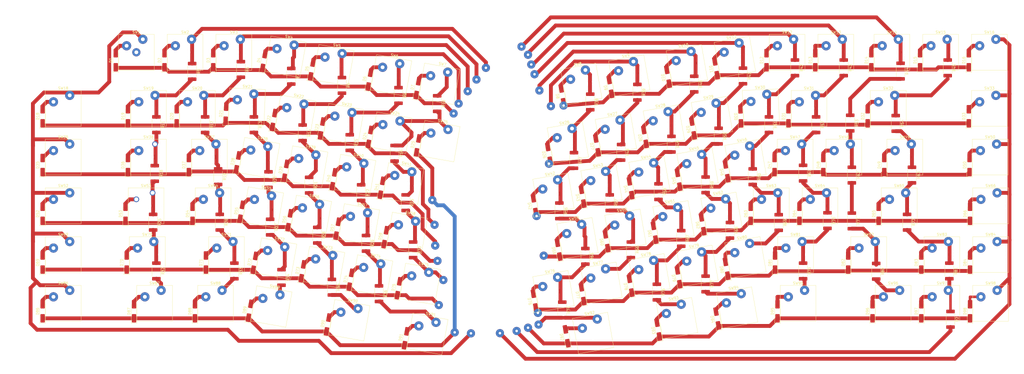
<source format=kicad_pcb>
(kicad_pcb (version 20221018) (generator pcbnew)
  (layers (0 "F.Cu" signal) (31 "B.Cu" signal) (34 "B.Paste" user) (35 "F.Paste" user) (36 "B.SilkS" user "B.Silkscreen") (37 "F.SilkS" user "F.Silkscreen") (38 "B.Mask" user) (39 "F.Mask" user) (44 "Edge.Cuts" user))
  (net 0 "")
  (net 1 "Net-(D1-A)")
  (net 2 "Net-(D2-A)")
  (net 3 "Net-(D3-A)")
  (net 4 "Net-(D4-A)")
  (net 5 "Net-(D5-A)")
  (net 6 "Net-(D6-A)")
  (net 7 "Net-(D7-A)")
  (net 8 "Net-(D8-A)")
  (net 9 "Net-(D9-A)")
  (net 10 "Net-(D10-A)")
  (net 11 "Net-(D11-A)")
  (net 12 "Net-(D12-A)")
  (net 13 "Net-(D13-A)")
  (net 14 "Net-(D14-A)")
  (net 15 "Net-(D15-A)")
  (net 16 "Net-(D16-A)")
  (net 17 "Net-(D18-A)")
  (net 18 "Net-(D19-A)")
  (net 19 "Net-(D20-A)")
  (net 20 "Net-(D21-A)")
  (net 21 "Net-(D22-A)")
  (net 22 "Net-(D23-A)")
  (net 23 "Net-(D24-A)")
  (net 24 "Net-(D25-A)")
  (net 25 "Net-(D26-A)")
  (net 26 "Net-(D27-A)")
  (net 27 "Net-(D28-A)")
  (net 28 "Net-(D29-A)")
  (net 29 "Net-(D30-A)")
  (net 30 "Net-(D31-A)")
  (net 31 "Net-(D32-A)")
  (net 32 "Net-(D33-A)")
  (net 33 "Net-(D35-A)")
  (net 34 "Net-(D36-A)")
  (net 35 "Net-(D37-A)")
  (net 36 "Net-(D38-A)")
  (net 37 "Net-(D39-A)")
  (net 38 "Net-(D40-A)")
  (net 39 "Net-(D41-A)")
  (net 40 "Net-(D42-A)")
  (net 41 "Net-(D43-A)")
  (net 42 "Net-(D44-A)")
  (net 43 "Net-(D45-A)")
  (net 44 "Net-(D46-A)")
  (net 45 "Net-(D47-A)")
  (net 46 "Net-(D48-A)")
  (net 47 "Net-(D49-A)")
  (net 48 "Net-(D50-A)")
  (net 49 "Net-(D52-A)")
  (net 50 "Net-(D53-A)")
  (net 51 "Net-(D54-A)")
  (net 52 "Net-(D55-A)")
  (net 53 "Net-(D56-A)")
  (net 54 "Net-(D57-A)")
  (net 55 "Net-(D58-A)")
  (net 56 "Net-(D59-A)")
  (net 57 "Net-(D60-A)")
  (net 58 "Net-(D61-A)")
  (net 59 "Net-(D62-A)")
  (net 60 "Net-(D63-A)")
  (net 61 "Net-(D64-A)")
  (net 62 "Net-(D65-A)")
  (net 63 "Net-(D66-A)")
  (net 64 "Net-(D69-A)")
  (net 65 "Net-(D70-A)")
  (net 66 "Net-(D71-A)")
  (net 67 "Net-(D72-A)")
  (net 68 "Net-(D73-A)")
  (net 69 "Net-(D74-A)")
  (net 70 "Net-(D75-A)")
  (net 71 "Net-(D76-A)")
  (net 72 "Net-(D77-A)")
  (net 73 "Net-(D78-A)")
  (net 74 "Net-(D79-A)")
  (net 75 "Net-(D80-A)")
  (net 76 "Net-(D81-A)")
  (net 77 "Net-(D82-A)")
  (net 78 "Net-(D83-A)")
  (net 79 "Net-(D84-A)")
  (net 80 "Net-(D86-A)")
  (net 81 "Net-(D87-A)")
  (net 82 "Net-(D88-A)")
  (net 83 "Net-(D89-A)")
  (net 84 "Net-(D90-A)")
  (net 85 "Net-(D91-A)")
  (net 86 "Net-(D92-A)")
  (net 87 "Net-(D93-A)")
  (net 88 "Net-(D94-A)")
  (net 89 "Net-(D95-A)")
  (net 90 "Net-(D96-A)")
  (net 91 "Net-(D97-A)")
  (net 92 "Net-(D98-A)")
  (net 93 "LR1")
  (net 94 "LR2")
  (net 95 "RR2")
  (net 96 "LR3")
  (net 97 "RR3")
  (net 98 "LR4")
  (net 99 "RR4")
  (net 100 "LR5")
  (net 101 "RR5")
  (net 102 "LR6")
  (net 103 "RR6")
  (net 104 "LC2")
  (net 105 "LC3")
  (net 106 "LC4")
  (net 107 "LC5")
  (net 108 "LC6")
  (net 109 "LC7")
  (net 110 "RC9")
  (net 111 "LC1")
  (net 112 "Net-(R11-Pad1)")
  (net 113 "Net-(R12-Pad1)")
  (net 114 "Net-(R13-Pad1)")
  (net 115 "Net-(R14-Pad1)")
  (net 116 "Net-(R15-Pad1)")
  (net 117 "Net-(R10-Pad2)")
  (net 118 "Net-(R11-Pad2)")
  (net 119 "Net-(R13-Pad2)")
  (net 120 "Net-(R14-Pad2)")
  (net 121 "Net-(R15-Pad2)")
  (net 122 "Net-(R16-Pad2)")
  (net 123 "Net-(R18-Pad2)")
  (net 124 "Net-(R19-Pad2)")
  (net 125 "Net-(R20-Pad2)")
  (net 126 "Net-(R21-Pad2)")
  (net 127 "Net-(R22-Pad2)")
  (net 128 "Net-(R25-Pad2)")
  (net 129 "Net-(R26-Pad2)")
  (net 130 "Net-(R27-Pad2)")
  (net 131 "Net-(R28-Pad2)")
  (net 132 "Net-(R29-Pad2)")
  (net 133 "Net-(R30-Pad2)")
  (net 134 "Net-(R32-Pad2)")
  (net 135 "Net-(R33-Pad2)")
  (net 136 "Net-(R34-Pad2)")
  (net 137 "Net-(R35-Pad2)")
  (net 138 "Net-(R36-Pad2)")
  (net 139 "Net-(R38-Pad2)")
  (net 140 "Net-(R39-Pad2)")
  (net 141 "Net-(R40-Pad2)")
  (net 142 "Net-(R41-Pad2)")
  (net 143 "Net-(R42-Pad2)")
  (net 144 "Net-(R43-Pad2)")
  (net 145 "Net-(R44-Pad2)")
  (net 146 "Net-(R45-Pad2)")
  (net 147 "Net-(R47-Pad2)")
  (net 148 "Net-(R48-Pad2)")
  (net 149 "Net-(R49-Pad2)")
  (net 150 "Net-(R50-Pad2)")
  (net 151 "Net-(R51-Pad2)")
  (net 152 "Net-(R52-Pad2)")
  (net 153 "Net-(R53-Pad2)")
  (net 154 "Net-(R54-Pad2)")
  (net 155 "Net-(R56-Pad2)")
  (net 156 "Net-(R57-Pad2)")
  (net 157 "Net-(R58-Pad2)")
  (net 158 "Net-(R59-Pad2)")
  (net 159 "Net-(R60-Pad2)")
  (net 160 "Net-(R61-Pad2)")
  (net 161 "Net-(R62-Pad2)")
  (net 162 "Net-(R63-Pad2)")
  (net 163 "Net-(R65-Pad2)")
  (net 164 "Net-(R66-Pad2)")
  (net 165 "Net-(R67-Pad2)")
  (net 166 "Net-(R68-Pad2)")
  (net 167 "Net-(R69-Pad2)")
  (net 168 "Net-(R70-Pad2)")
  (net 169 "Net-(R71-Pad2)")
  (net 170 "Net-(R72-Pad2)")
  (net 171 "Net-(R74-Pad2)")
  (net 172 "Net-(R76-Pad2)")
  (net 173 "Net-(R77-Pad2)")
  (net 174 "Net-(R79-Pad2)")
  (net 175 "Net-(R80-Pad2)")
  (net 176 "Net-(R2-Pad1)")
  (net 177 "Net-(R23-Pad2)")
  (net 178 "RR1")
  (net 179 "RC2")
  (net 180 "RC1")
  (net 181 "RC8")
  (net 182 "RC7")
  (net 183 "RC6")
  (net 184 "RC5")
  (net 185 "RC4")
  (net 186 "RC3")
  (net 187 "Net-(R12-Pad2)")
  (net 188 "Net-(R45-Pad1)")
  (footprint "Diode_SMD:D_MiniMELF_Handsoldering" (layer "F.Cu") (at 136.488562 41.957168 80)
    (fp_text reference "D5")
    (fp_text value "D")
  )
  (footprint "Button_Switch_Keyboard:SW_Cherry_MX_1.00u_PCB" (layer "F.Cu") (at 108.550183 30.157453)
    (fp_text reference "SW3")
    (fp_text value "MX")
  )
  (footprint "Button_Switch_Keyboard:SW_Cherry_MX_1.00u_PCB" (layer "F.Cu") (at 279.444018 95.852403 10)
    (fp_text reference "SW61")
    (fp_text value "MX")
  )
  (footprint "Button_Switch_Keyboard:SW_Cherry_MX_1.00u_PCB" (layer "F.Cu") (at 275.691901 58.414002 10)
    (fp_text reference "SW28")
    (fp_text value "MX")
  )
  (footprint "Diode_SMD:D_MiniMELF_Handsoldering" (layer "F.Cu") (at 279.826784 123.147244 100)
    (fp_text reference "D79")
    (fp_text value "D")
  )
  (footprint "Diode_SMD:D_MiniMELF_Handsoldering" (layer "F.Cu") (at 294.914965 139.266724 100)
    (fp_text reference "D94")
    (fp_text value "D")
  )
  (footprint "Button_Switch_Keyboard:SW_Cherry_MX_1.00u_PCB" (layer "F.Cu") (at 251.303136 81.7644 10)
    (fp_text reference "SW43")
    (fp_text value "MX")
  )
  (footprint "Diode_SMD:D_MiniMELF_Handsoldering" (layer "F.Cu") (at 95.112933 117.401003 90)
    (fp_text reference "D71")
    (fp_text value "D")
  )
  (footprint "Diode_SMD:D_MiniMELF_Handsoldering" (layer "F.Cu") (at 346.096683 117.401003 90)
    (fp_text reference "D82")
    (fp_text value "D")
  )
  (footprint "Diode_SMD:D_MiniMELF_Handsoldering" (layer "F.Cu") (at 132.837318 120.838576 80)
    (fp_text reference "D73")
    (fp_text value "D")
  )
  (footprint "Resistor_SMD:R_2512_6332Metric_Pad1.40x3.35mm_HandSolder" (layer "F.Cu") (at 135.435433 87.153503 -90)
    (fp_text reference "R21")
    (fp_text value "0")
  )
  (footprint "Button_Switch_Keyboard:SW_Cherry_MX_1.00u_PCB" (layer "F.Cu") (at 139.518669 94.654345 -10)
    (fp_text reference "SW56")
    (fp_text value "MX")
  )
  (footprint "Diode_SMD:D_MiniMELF_Handsoldering" (layer "F.Cu") (at 318.474183 136.451003 90)
    (fp_text reference "D95")
    (fp_text value "D")
  )
  (footprint "Diode_SMD:D_MiniMELF_Handsoldering" (layer "F.Cu") (at 163.745386 88.188502 80)
    (fp_text reference "D41")
    (fp_text value "D")
  )
  (footprint "Resistor_SMD:R_2512_6332Metric_Pad1.40x3.35mm_HandSolder" (layer "F.Cu") (at 318.950433 101.758503 -90)
    (fp_text reference "R69")
    (fp_text value "0")
  )
  (footprint "Diode_SMD:D_MiniMELF_Handsoldering" (layer "F.Cu") (at 374.671683 117.401003 90)
    (fp_text reference "D83")
    (fp_text value "D")
  )
  (footprint "Resistor_SMD:R_2512_6332Metric_Pad1.40x3.35mm_HandSolder" (layer "F.Cu") (at 185.471433 55.276503 -90)
    (fp_text reference "R10")
    (fp_text value "0")
  )
  (footprint "Diode_SMD:D_MiniMELF_Handsoldering" (layer "F.Cu") (at 146.438744 104.186874 80)
    (fp_text reference "D57")
    (fp_text value "D")
  )
  (footprint "Button_Switch_Keyboard:SW_Cherry_MX_1.00u_PCB" (layer "F.Cu") (at 243.409476 42.169998 10)
    (fp_text reference "SW8")
    (fp_text value "MX")
  )
  (footprint "Button_Switch_Keyboard:SW_Cherry_MX_1.00u_PCB" (layer "F.Cu") (at 343.817683 30.157453)
    (fp_text reference "SW13")
    (fp_text value "MX")
  )
  (footprint "Button_Switch_Keyboard:SW_Cherry_MX_1.00u_PCB" (layer "F.Cu") (at 329.053933 128.264953)
    (fp_text reference "SW95")
    (fp_text value "MX")
  )
  (footprint "Button_Switch_Keyboard:SW_Cherry_MX_1.00u_PCB" (layer "F.Cu") (at 262.170063 38.862 10)
    (fp_text reference "SW9")
    (fp_text value "MX")
  )
  (footprint "Resistor_SMD:R_2512_6332Metric_Pad1.40x3.35mm_HandSolder" (layer "F.Cu") (at 94.795433 63.533503 -90)
    (fp_text reference "R12")
    (fp_text value "0")
  )
  (footprint "Diode_SMD:D_MiniMELF_Handsoldering" (layer "F.Cu") (at 393.245433 60.251003 90)
    (fp_text reference "D33")
    (fp_text value "D")
  )
  (footprint "Resistor_SMD:R_2512_6332Metric_Pad1.40x3.35mm_HandSolder" (layer "F.Cu") (at 170.360433 52.103503 -90)
    (fp_text reference "R9")
    (fp_text value "0")
  )
  (footprint "Diode_SMD:D_MiniMELF_Handsoldering" (layer "F.Cu") (at 374.195433 38.343503 90)
    (fp_text reference "D15")
    (fp_text value "D")
  )
  (footprint "Resistor_SMD:R_2512_6332Metric_Pad1.40x3.35mm_HandSolder" (layer "F.Cu") (at 75.110433 82.583503 -90)
    (fp_text reference "R18")
    (fp_text value "0")
  )
  (footprint "Diode_SMD:D_MiniMELF_Handsoldering" (layer "F.Cu") (at 289.207078 102.443245 100)
    (fp_text reference "D62")
    (fp_text value "D")
  )
  (footprint "Button_Switch_Keyboard:SW_Cherry_MX_1.00u_PCB" (layer "F.Cu") (at 288.824312 75.148404 10)
    (fp_text reference "SW45")
    (fp_text value "MX")
  )
  (footprint "Button_Switch_Keyboard:SW_Cherry_MX_1.00u_PCB" (layer "F.Cu") (at 124.041184 130.025247 -10)
    (fp_text reference "SW89")
    (fp_text value "MX")
  )
  (footprint "Button_Switch_Keyboard:SW_Cherry_MX_1.00u_PCB" (layer "F.Cu") (at 404.110933 71.114953)
    (fp_text reference "SW50")
    (fp_text value "MX")
  )
  (footprint "Button_Switch_Keyboard:SW_Cherry_MX_1.00u_PCB" (layer "F.Cu") (at 101.406433 128.264953)
    (fp_text reference "SW88")
    (fp_text value "MX")
  )
  (footprint "Resistor_SMD:R_2512_6332Metric_Pad1.40x3.35mm_HandSolder" (layer "F.Cu") (at 357.050433 120.808503 -90)
    (fp_text reference "R80")
    (fp_text value "0")
  )
  (footprint "Diode_SMD:D_MiniMELF_Handsoldering" (layer "F.Cu") (at 294.445829 41.483245 100)
    (fp_text reference "D11")
    (fp_text value "D")
  )
  (footprint "Diode_SMD:D_MiniMELF_Handsoldering" (layer "F.Cu") (at 151.597906 124.146573 80)
    (fp_text reference "D74")
    (fp_text value "D")
  )
  (footprint "Button_Switch_Keyboard:SW_Cherry_MX_1.00u_PCB" (layer "F.Cu") (at 189.703241 65.403239 -10)
    (fp_text reference "SW25")
    (fp_text value "MX")
  )
  (footprint "Button_Switch_Keyboard:SW_Cherry_MX_1.00u_PCB" (layer "F.Cu") (at 333.340183 52.064953)
    (fp_text reference "SW31")
    (fp_text value "MX")
  )
  (footprint "Diode_SMD:D_MiniMELF_Handsoldering" (layer "F.Cu") (at 78.920433 38.343503 90)
    (fp_text reference "D2")
    (fp_text value "D")
  )
  (footprint "Diode_SMD:D_MiniMELF_Handsoldering" (layer "F.Cu") (at 270.446491 105.751243 100)
    (fp_text reference "D61")
    (fp_text value "D")
  )
  (footprint "Resistor_SMD:R_2512_6332Metric_Pad1.40x3.35mm_HandSolder" (layer "F.Cu") (at 148.260433 48.168503 -90)
    (fp_text reference "R8")
    (fp_text value "0")
  )
  (footprint "Resistor_SMD:R_2512_6332Metric_Pad1.40x3.35mm_HandSolder" (layer "F.Cu") (at 75.745433 63.533503 -90)
    (fp_text reference "R11")
    (fp_text value "0")
  )
  (footprint "Resistor_SMD:R_2512_6332Metric_Pad1.40x3.35mm_HandSolder" (layer "F.Cu") (at 366.575433 42.578503 -90)
    (fp_text reference "R44")
    (fp_text value "0")
  )
  (footprint "Button_Switch_Keyboard:SW_Cherry_MX_1.00u_PCB" (layer "F.Cu") (at 170.84178 39.702234 -10)
    (fp_text reference "SW6")
    (fp_text value "MX")
  )
  (footprint "Resistor_SMD:R_2512_6332Metric_Pad1.40x3.35mm_HandSolder" (layer "F.Cu") (at 364.670433 63.023503 -90)
    (fp_text reference "R54")
    (fp_text value "0")
  )
  (footprint "Button_Switch_Keyboard:SW_Cherry_MX_1.00u_PCB" (layer "F.Cu") (at 368.582683 90.164953)
    (fp_text reference "SW65")
    (fp_text value "MX")
  )
  (footprint "Resistor_SMD:R_2512_6332Metric_Pad1.40x3.35mm_HandSolder" (layer "F.Cu") (at 120.195433 103.538503 -90)
    (fp_text reference "R27")
    (fp_text value "0")
  )
  (footprint "Button_Switch_Keyboard:SW_Cherry_MX_1.00u_PCB" (layer "F.Cu") (at 385.251433 128.264953)
    (fp_text reference "SW97")
    (fp_text value "MX")
  )
  (footprint "Diode_SMD:D_MiniMELF_Handsoldering" (layer "F.Cu") (at 393.245433 38.343503 90)
    (fp_text reference "D16")
    (fp_text value "D")
  )
  (footprint "Button_Switch_Keyboard:SW_Cherry_MX_1.00u_PCB" (layer "F.Cu") (at 270.063724 116.556402 10)
    (fp_text reference "SW78")
    (fp_text value "MX")
  )
  (footprint "Resistor_SMD:R_2512_6332Metric_Pad1.40x3.35mm_HandSolder" (layer "F.Cu") (at 252.910433 94.013503 -90)
    (fp_text reference "R57")
    (fp_text value "0")
  )
  (footprint "Diode_SMD:D_MiniMELF_Handsoldering" (layer "F.Cu") (at 317.331183 79.301003 90)
    (fp_text reference "D47")
    (fp_text value "D")
  )
  (footprint "Button_Switch_Keyboard:SW_Cherry_MX_1.00u_PCB" (layer "F.Cu") (at 288.824312 113.248404 10)
    (fp_text reference "SW79")
    (fp_text value "MX")
  )
  (footprint "Diode_SMD:D_MiniMELF_Handsoldering" (layer "F.Cu") (at 298.587373 119.839246 100)
    (fp_text reference "D80")
    (fp_text value "D")
  )
  (footprint "Diode_SMD:D_MiniMELF_Handsoldering" (layer "F.Cu") (at 67.014183 136.451003 90)
    (fp_text reference "D87")
    (fp_text value "D")
  )
  (footprint "Button_Switch_Keyboard:SW_Cherry_MX_1.00u_PCB" (layer "F.Cu") (at 327.910933 71.114953)
    (fp_text reference "SW47")
    (fp_text value "MX")
  )
  (footprint "Diode_SMD:D_MiniMELF_Handsoldering" (layer "F.Cu") (at 355.145433 38.343503 90)
    (fp_text reference "D14")
    (fp_text value "D")
  )
  (footprint "Diode_SMD:D_MiniMELF_Handsoldering" (layer "F.Cu") (at 393.721683 117.401003 90)
    (fp_text reference "D84")
    (fp_text value "D")
  )
  (footprint "Button_Switch_Keyboard:SW_Cherry_MX_1.00u_PCB" (layer "F.Cu") (at 41.875183 109.214953)
    (fp_text reference "SW69")
    (fp_text value "MX")
  )
  (footprint "Resistor_SMD:R_2512_6332Metric_Pad1.40x3.35mm_HandSolder" (layer "F.Cu") (at 99.875433 83.853503 -90)
    (fp_text reference "R19")
    (fp_text value "0")
  )
  (footprint "Resistor_SMD:R_2512_6332Metric_Pad1.40x3.35mm_HandSolder" (layer "F.Cu") (at 176.075433 112.428503 -90)
    (fp_text reference "R30")
    (fp_text value "0")
  )
  (footprint "Resistor_SMD:R_2512_6332Metric_Pad1.40x3.35mm_HandSolder" (layer "F.Cu") (at 271.325433 128.938503 -90)
    (fp_text reference "R76")
    (fp_text value "0")
  )
  (footprint "Diode_SMD:D_MiniMELF_Handsoldering" (layer "F.Cu") (at 285.454962 65.004844 100)
    (fp_text reference "D29")
    (fp_text value "D")
  )
  (footprint "Diode_SMD:D_MiniMELF_Handsoldering" (layer "F.Cu") (at 353.716683 60.251003 90)
    (fp_text reference "D32")
    (fp_text value "D")
  )
  (footprint "Resistor_SMD:R_2512_6332Metric_Pad1.40x3.35mm_HandSolder" (layer "F.Cu") (at 325.300433 41.308503 -90)
    (fp_text reference "R42")
    (fp_text value "0")
  )
  (footprint "Button_Switch_Keyboard:SW_Cherry_MX_1.00u_PCB" (layer "F.Cu") (at 100.453933 90.164953)
    (fp_text reference "SW54")
    (fp_text value "MX")
  )
  (footprint "Resistor_SMD:R_2512_6332Metric_Pad1.40x3.35mm_HandSolder" (layer "F.Cu") (at 243.385433 114.968503 -90)
    (fp_text reference "R65")
    (fp_text value "0")
  )
  (footprint "Resistor_SMD:R_2512_6332Metric_Pad1.40x3.35mm_HandSolder" (layer "F.Cu") (at 315.140433 63.533503 -90)
    (fp_text reference "R51")
    (fp_text value "0")
  )
  (footprint "Button_Switch_Keyboard:SW_Cherry_MX_1.00u_PCB" (layer "F.Cu") (at 328.101433 109.214953)
    (fp_text reference "SW81")
    (fp_text value "MX")
  )
  (footprint "Diode_SMD:D_MiniMELF_Handsoldering" (layer "F.Cu") (at 108.917569 97.570878 80)
    (fp_text reference "D55")
    (fp_text value "D")
  )
  (footprint "Resistor_SMD:R_2512_6332Metric_Pad1.40x3.35mm_HandSolder" (layer "F.Cu") (at 333.555433 63.533503 -90)
    (fp_text reference "R52")
    (fp_text value "0")
  )
  (footprint "Diode_SMD:D_MiniMELF_Handsoldering" (layer "F.Cu") (at 83.682933 60.251003 90)
    (fp_text reference "D20")
    (fp_text value "D")
  )
  (footprint "Diode_SMD:D_MiniMELF_Handsoldering" (layer "F.Cu") (at 314.187933 38.343503 90)
    (fp_text reference "D12")
    (fp_text value "D")
  )
  (footprint "Button_Switch_Keyboard:SW_Cherry_MX_1.00u_PCB" (layer "F.Cu") (at 94.262683 52.064953)
    (fp_text reference "SW20")
    (fp_text value "MX")
  )
  (footprint "Resistor_SMD:R_2512_6332Metric_Pad1.40x3.35mm_HandSolder" (layer "F.Cu") (at 280.850433 107.983503 -90)
    (fp_text reference "R67")
    (fp_text value "0")
  )
  (footprint "Button_Switch_Keyboard:SW_Cherry_MX_1.00u_PCB" (layer "F.Cu") (at 280.851063 133.704303 10)
    (fp_text reference "SW93")
    (fp_text value "MX")
  )
  (footprint "Diode_SMD:D_MiniMELF_Handsoldering" (layer "F.Cu") (at 159.001267 45.926765 80)
    (fp_text reference "D6")
    (fp_text value "D")
  )
  (footprint "Diode_SMD:D_MiniMELF_Handsoldering" (layer "F.Cu") (at 97.970433 38.343503 90)
    (fp_text reference "D3")
    (fp_text value "D")
  )
  (footprint "Diode_SMD:D_MiniMELF_Handsoldering" (layer "F.Cu") (at 173.172582 147.000771 80)
    (fp_text reference "D91")
    (fp_text value "D")
  )
  (footprint "Diode_SMD:D_MiniMELF_Handsoldering" (layer "F.Cu") (at 317.521683 117.401003 90)
    (fp_text reference "D81")
    (fp_text value "D")
  )
  (footprint "Diode_SMD:D_MiniMELF_Handsoldering" (layer "F.Cu") (at 140.341553 65.011775 80)
    (fp_text reference "D23")
    (fp_text value "D")
  )
  (footprint "Button_Switch_Keyboard:SW_Cherry_MX_1.00u_PCB" (layer "F.Cu") (at 182.199006 121.23004 -10)
    (fp_text reference "SW75")
    (fp_text value "MX")
  )
  (footprint "Diode_SMD:D_MiniMELF_Handsoldering" (layer "F.Cu") (at 298.587373 81.739246 100)
    (fp_text reference "D46")
    (fp_text value "D")
  )
  (footprint "Resistor_SMD:R_2512_6332Metric_Pad1.40x3.35mm_HandSolder" (layer "F.Cu") (at 113.845433 63.533503 -90)
    (fp_text reference "R13")
    (fp_text value "0")
  )
  (footprint "Diode_SMD:D_MiniMELF_Handsoldering" (layer "F.Cu") (at 64.632933 60.251003 90)
    (fp_text reference "D19")
    (fp_text value "D")
  )
  (footprint "Diode_SMD:D_MiniMELF_Handsoldering" (layer "F.Cu") (at 223.545021 94.971237 100)
    (fp_text reference "D42")
    (fp_text value "D")
  )
  (footprint "Diode_SMD:D_MiniMELF_Handsoldering" (layer "F.Cu") (at 393.531183 79.301003 90)
    (fp_text reference "D50")
    (fp_text value "D")
  )
  (footprint "Button_Switch_Keyboard:SW_Cherry_MX_1.00u_PCB" (layer "F.Cu") (at 403.825183 30.157453)
    (fp_text reference "SW16")
    (fp_text value "MX")
  )
  (footprint "Resistor_SMD:R_2512_6332Metric_Pad1.40x3.35mm_HandSolder" (layer "F.Cu") (at 347.525433 83.218503 -90)
    (fp_text reference "R62")
    (fp_text value "0")
  )
  (footprint "Button_Switch_Keyboard:SW_Cherry_MX_1.00u_PCB" (layer "F.Cu") (at 175.585899 81.963971 -10)
    (fp_text reference "SW41")
    (fp_text value "MX")
  )
  (footprint "Diode_SMD:D_MiniMELF_Handsoldering" (layer "F.Cu") (at 355.621683 136.451003 90)
    (fp_text reference "D96")
    (fp_text value "D")
  )
  (footprint "Button_Switch_Keyboard:SW_Cherry_MX_1.00u_PCB" (layer "F.Cu") (at 337.626433 90.164953)
    (fp_text reference "SW64")
    (fp_text value "MX")
  )
  (footprint "Resistor_SMD:R_2512_6332Metric_Pad1.40x3.35mm_HandSolder" (layer "F.Cu") (at 384.990433 41.308503 -90)
    (fp_text reference "R45")
    (fp_text value "0")
  )
  (footprint "Diode_SMD:D_MiniMELF_Handsoldering" (layer "F.Cu") (at 170.358493 127.454571 80)
    (fp_text reference "D75")
    (fp_text value "D")
  )
  (footprint "Diode_SMD:D_MiniMELF_Handsoldering" (layer "F.Cu") (at 279.826784 85.047244 100)
    (fp_text reference "D45")
    (fp_text value "D")
  )
  (footprint "Button_Switch_Keyboard:SW_Cherry_MX_1.00u_PCB" (layer "F.Cu") (at 41.875183 71.114953)
    (fp_text reference "SW35")
    (fp_text value "MX")
  )
  (footprint "Button_Switch_Keyboard:SW_Cherry_MX_1.00u_PCB" (layer "F.Cu") (at 158.279257 97.962343 -10)
    (fp_text reference "SW57")
    (fp_text value "MX")
  )
  (footprint "Resistor_SMD:R_2512_6332Metric_Pad1.40x3.35mm_HandSolder" (layer "F.Cu") (at 290.375433 125.763503 -90)
    (fp_text reference "R77")
    (fp_text value "0")
  )
  (footprint "Resistor_SMD:R_2512_6332Metric_Pad1.40x3.35mm_HandSolder" (layer "F.Cu") (at 385.625433 120.683503 -90)
    (fp_text reference "R81")
    (fp_text value "0")
  )
  (footprint "Resistor_SMD:R_2512_6332Metric_Pad1.40x3.35mm_HandSolder" (layer "F.Cu") (at 162.740433 129.573503 -90)
    (fp_text reference "R36")
    (fp_text value "0")
  )
  (footprint "Button_Switch_Keyboard:SW_Cherry_MX_1.00u_PCB" (layer "F.Cu") (at 318.576433 90.164953)
    (fp_text reference "SW63")
    (fp_text value "MX")
  )
  (footprint "Diode_SMD:D_MiniMELF_Handsoldering" (layer "F.Cu") (at 261.066197 126.455242 100)
    (fp_text reference "D78")
    (fp_text value "D")
  )
  (footprint "Button_Switch_Keyboard:SW_Cherry_MX_1.00u_PCB" (layer "F.Cu") (at 120.758081 91.346347 -10)
    (fp_text reference "SW55")
    (fp_text value "MX")
  )
  (footprint "Button_Switch_Keyboard:SW_Cherry_MX_1.00u_PCB" (layer "F.Cu") (at 163.438418 117.922042 -10)
    (fp_text reference "SW74")
    (fp_text value "MX")
  )
  (footprint "Button_Switch_Keyboard:SW_Cherry_MX_1.00u_PCB" (layer "F.Cu") (at 304.301797 129.569306 10)
    (fp_text reference "SW94")
    (fp_text value "MX")
  )
  (footprint "Button_Switch_Keyboard:SW_Cherry_MX_1.00u_PCB" (layer "F.Cu") (at 307.5849 109.940406 10)
    (fp_text reference "SW80")
    (fp_text value "MX")
  )
  (footprint "Diode_SMD:D_MiniMELF_Handsoldering" (layer "F.Cu") (at 232.925315 112.367238 100)
    (fp_text reference "D59")
    (fp_text value "D")
  )
  (footprint "Resistor_SMD:R_2512_6332Metric_Pad1.40x3.35mm_HandSolder" (layer "F.Cu") (at 74.475433 101.633503 -90)
    (fp_text reference "R25")
    (fp_text value "0")
  )
  (footprint "Button_Switch_Keyboard:SW_Cherry_MX_1.00u_PCB" (layer "F.Cu") (at 154.527139 135.400743 -10)
    (fp_text reference "SW90")
    (fp_text value "MX")
  )
  (footprint "Button_Switch_Keyboard:SW_Cherry_MX_1.00u_PCB" (layer "F.Cu") (at 364.296433 52.064953)
    (fp_text reference "SW32")
    (fp_text value "MX")
  )
  (footprint "Button_Switch_Keyboard:SW_Cherry_MX_1.00u_PCB" (layer "F.Cu") (at 152.182066 58.787244 -10)
    (fp_text reference "SW23")
    (fp_text value "MX")
  )
  (footprint "Resistor_SMD:R_2512_6332Metric_Pad1.40x3.35mm_HandSolder" (layer "F.Cu") (at 75.745433 120.683503 -90)
    (fp_text reference "R32")
    (fp_text value "0")
  )
  (footprint "Diode_SMD:D_MiniMELF_Handsoldering" (layer "F.Cu") (at 102.913892 59.235638 87.5)
    (fp_text reference "D21")
    (fp_text value "D")
  )
  (footprint "Button_Switch_Keyboard:SW_Cherry_MX_1.00u_PCB" (layer "F.Cu") (at 75.212683 52.064953)
    (fp_text reference "SW19")
    (fp_text value "MX")
  )
  (footprint "Diode_SMD:D_MiniMELF_Handsoldering" (layer "F.Cu") (at 121.580965 61.703777 80)
    (fp_text reference "D22")
    (fp_text value "D")
  )
  (footprint "Button_Switch_Keyboard:SW_Cherry_MX_1.00u_PCB" (layer "F.Cu") (at 189.602367 43.010232 -10)
    (fp_text reference "SW7")
    (fp_text value "MX")
  )
  (footprint "Diode_SMD:D_MiniMELF_Handsoldering" (layer "F.Cu") (at 374.671683 136.451003 90)
    (fp_text reference "D97")
    (fp_text value "D")
  )
  (footprint "Button_Switch_Keyboard:SW_Cherry_MX_1.00u_PCB" (layer "F.Cu") (at 113.840643 51.518862 -2.5)
    (fp_text reference "SW21")
    (fp_text value "MX")
  )
  (footprint "Diode_SMD:D_MiniMELF_Handsoldering" (layer "F.Cu") (at 165.199332 107.494872 80)
    (fp_text reference "D58")
    (fp_text value "D")
  )
  (footprint "Diode_SMD:D_MiniMELF_Handsoldering" (layer "F.Cu") (at 159.102141 68.319773 80)
    (fp_text reference "D24")
    (fp_text value "D")
  )
  (footprint "Button_Switch_Keyboard:SW_Cherry_MX_1.00u_PCB" (layer "F.Cu") (at 370.773433 71.114953)
    (fp_text reference "SW49")
    (fp_text value "MX")
  )
  (footprint "Diode_SMD:D_MiniMELF_Handsoldering" (layer "F.Cu") (at 64.632933 79.301003 90)
    (fp_text reference "D36")
    (fp_text value "D")
  )
  (footprint "Diode_SMD:D_MiniMELF_Handsoldering" (layer "F.Cu") (at 223.540965 132.281724 100)
    (fp_text reference "D76")
    (fp_text value "D")
  )
  (footprint "Diode_SMD:D_MiniMELF_Handsoldering" (layer "F.Cu") (at 107.463623 78.264509 80)
    (fp_text reference "D38")
    (fp_text value "D")
  )
  (footprint "Diode_SMD:D_MiniMELF_Handsoldering" (layer "F.Cu") (at 242.305609 129.763239 100)
    (fp_text reference "D77")
    (fp_text value "D")
  )
  (footprint "Button_Switch_Keyboard:SW_Cherry_MX_1.00u_PCB" (layer "F.Cu") (at 298.204605 92.544405 10)
    (fp_text reference "SW62")
    (fp_text value "MX")
  )
  (footprint "Diode_SMD:D_MiniMELF_Handsoldering" (layer "F.Cu") (at 177.761855 49.234763 80)
    (fp_text reference "D7")
    (fp_text value "D")
  )
  (footprint "Button_Switch_Keyboard:SW_Cherry_MX_1.00u_PCB" (layer "F.Cu") (at 232.542548 85.072397 10)
    (fp_text reference "SW42")
    (fp_text value "MX")
  )
  (footprint "Resistor_SMD:R_2512_6332Metric_Pad1.40x3.35mm_HandSolder" (layer "F.Cu") (at 285.930433 47.658503 -90)
    (fp_text reference "R40")
    (fp_text value "0")
  )
  (footprint "Diode_SMD:D_MiniMELF_Handsoldering" (layer "F.Cu") (at 322.760433 60.251003 90)
    (fp_text reference "D31")
    (fp_text value "D")
  )
  (footprint "Button_Switch_Keyboard:SW_Cherry_MX_1.00u_PCB" (layer "F.Cu") (at 41.875183 128.264953)
    (fp_text reference "SW86")
    (fp_text value "MX")
  )
  (footprint "Diode_SMD:D_MiniMELF_Handsoldering" (layer "F.Cu") (at 90.826683 136.451003 90)
    (fp_text reference "D88")
    (fp_text value "D")
  )
  (footprint "Diode_SMD:D_MiniMELF_Handsoldering" (layer "F.Cu") (at 271.853536 143.603143 100)
    (fp_text reference "D93")
    (fp_text value "D")
  )
  (footprint "Resistor_SMD:R_2512_6332Metric_Pad1.40x3.35mm_HandSolder" (layer "F.Cu") (at 106.225433 120.683503 -90)
    (fp_text reference "R33")
    (fp_text value "0")
  )
  (footprint "Resistor_SMD:R_2512_6332Metric_Pad1.40x3.35mm_HandSolder" (layer "F.Cu") (at 261.165433 112.428503 -90)
    (fp_text reference "R66")
    (fp_text value "0")
  )
  (footprint "Button_Switch_Keyboard:SW_Cherry_MX_1.00u_PCB" (layer "F.Cu") (at 238.170726 65.029998 10)
    (fp_text reference "SW26")
    (fp_text value "MX")
  )
  (footprint "Resistor_SMD:R_2512_6332Metric_Pad1.40x3.35mm_HandSolder" (layer "F.Cu") (at 144.325433 127.033503 -90)
    (fp_text reference "R35")
    (fp_text value "0")
  )
  (footprint "Diode_SMD:D_MiniMELF_Handsoldering" (layer "F.Cu") (at 114.07673 117.530578 80)
    (fp_text reference "D72")
    (fp_text value "D")
  )
  (footprint "Resistor_SMD:R_2512_6332Metric_Pad1.40x3.35mm_HandSolder" (layer "F.Cu") (at 271.960433 89.693503 -90)
    (fp_text reference "R58")
    (fp_text value "0")
  )
  (footprint "Diode_SMD:D_MiniMELF_Handsoldering" (layer "F.Cu") (at 393.721683 98.351003 90)
    (fp_text reference "D66")
    (fp_text value "D")
  )
  (footprint "Resistor_SMD:R_2512_6332Metric_Pad1.40x3.35mm_HandSolder" (layer "F.Cu") (at 245.290433 54.643503 -90)
    (fp_text reference "R38")
    (fp_text value "0")
  )
  (footprint "Diode_SMD:D_MiniMELF_Handsoldering" (layer "F.Cu") (at 247.933786 71.62084 100)
    (fp_text reference "D27")
    (fp_text value "D")
  )
  (footprint "Diode_SMD:D_MiniMELF_Handsoldering" (layer "F.Cu") (at 336.381183 79.301003 90)
    (fp_text reference "D48")
    (fp_text value "D")
  )
  (footprint "Button_Switch_Keyboard:SW_Cherry_MX_1.00u_PCB" (layer "F.Cu") (at 105.692683 109.214953)
    (fp_text reference "SW71")
    (fp_text value "MX")
  )
  (footprint "Resistor_SMD:R_2512_6332Metric_Pad1.40x3.35mm_HandSolder" (layer "F.Cu") (at 108.765433 41.943503 -90)
    (fp_text reference "R6")
    (fp_text value "0")
  )
  (footprint "Button_Switch_Keyboard:SW_Cherry_MX_1.00u_PCB" (layer "F.Cu") (at 74.736433 109.214953)
    (fp_text reference "SW70")
    (fp_text value "MX")
  )
  (footprint "Resistor_SMD:R_2512_6332Metric_Pad1.40x3.35mm_HandSolder" (layer "F.Cu") (at 263.705433 50.833503 -90)
    (fp_text reference "R39")
    (fp_text value "0")
  )
  (footprint "Diode_SMD:D_MiniMELF_Handsoldering" (layer "F.Cu") (at 261.066197 88.355242 100)
    (fp_text reference "D44")
    (fp_text value "D")
  )
  (footprint "Resistor_SMD:R_2512_6332Metric_Pad1.40x3.35mm_HandSolder" (layer "F.Cu") (at 338.000433 100.998503 -90)
    (fp_text reference "R70")
    (fp_text value "0")
  )
  (footprint "Resistor_SMD:R_2512_6332Metric_Pad1.40x3.35mm_HandSolder" (layer "F.Cu") (at 157.660433 109.888503 -90)
    (fp_text reference "R29")
    (fp_text value "0")
  )
  (footprint "Resistor_SMD:R_2512_6332Metric_Pad1.40x3.35mm_HandSolder" (layer "F.Cu") (at 89.715433 42.703503 -90)
    (fp_text reference "R5")
    (fp_text value "0")
  )
  (footprint "Diode_SMD:D_MiniMELF_Handsoldering" (layer "F.Cu") (at 333.237933 38.343503 90)
    (fp_text reference "D13")
    (fp_text value "D")
  )
  (footprint "Diode_SMD:D_MiniMELF_Handsoldering" (layer "F.Cu") (at 64.156683 117.401003 90)
    (fp_text reference "D70")
    (fp_text value "D")
  )
  (footprint "Button_Switch_Keyboard:SW_Cherry_MX_1.00u_PCB" (layer "F.Cu") (at 241.922842 102.468399 10)
    (fp_text reference "SW59")
    (fp_text value "MX")
  )
  (footprint "Resistor_SMD:R_2512_6332Metric_Pad1.40x3.35mm_HandSolder" (layer "F.Cu") (at 168.834433 74.709503 -90)
    (fp_text reference "R16")
    (fp_text value "0")
  )
  (footprint "Diode_SMD:D_MiniMELF_Handsoldering" (layer "F.Cu") (at 234.411949 52.068838 100)
    (fp_text reference "D8")
    (fp_text value "D")
  )
  (footprint "Button_Switch_Keyboard:SW_Cherry_MX_1.00u_PCB" (layer "F.Cu") (at 356.676433 109.214953)
    (fp_text reference "SW82")
    (fp_text value "MX")
  )
  (footprint "Button_Switch_Keyboard:SW_Cherry_MX_1.00u_PCB" (layer "F.Cu") (at 125.917243 111.306047 -10)
    (fp_text reference "SW72")
    (fp_text value "MX")
  )
  (footprint "Button_Switch_Keyboard:SW_Cherry_MX_1.00u_PCB" (layer "F.Cu") (at 185.013094 140.77624 -10)
    (fp_text reference "SW91")
    (fp_text value "MX")
  )
  (footprint "Diode_SMD:D_MiniMELF_Handsoldering" (layer "F.Cu") (at 236.062532 146.218221 100)
    (fp_text reference "D92")
    (fp_text value "D")
  )
  (footprint "Resistor_SMD:R_2512_6332Metric_Pad1.40x3.35mm_HandSolder" (layer "F.Cu") (at 328.475433 120.683503 -90)
    (fp_text reference "R79")
    (fp_text value "0")
  )
  (footprint "Button_Switch_Keyboard:SW_Cherry_MX_1.00u_PCB" (layer "F.Cu") (at 129.568487 32.424639 -10)
    (fp_text reference "SW4")
    (fp_text value "MX")
  )
  (footprint "Button_Switch_Keyboard:SW_Cherry_MX_1.00u_PCB" (layer "F.Cu") (at 256.931313 61.722 10)
    (fp_text reference "SW27")
    (fp_text value "MX")
  )
  (footprint "Diode_SMD:D_MiniMELF_Handsoldering" (layer "F.Cu") (at 275.685242 44.791243 100)
    (fp_text reference "D10")
    (fp_text value "D")
  )
  (footprint "Diode_SMD:D_MiniMELF_Handsoldering" (layer "F.Cu") (at 63.680433 98.351003 90)
    (fp_text reference "D53")
    (fp_text value "D")
  )
  (footprint "Resistor_SMD:R_2512_6332Metric_Pad1.40x3.35mm_HandSolder" (layer "F.Cu") (at 304.980433 44.483503 -90)
    (fp_text reference "R41")
    (fp_text value "0")
  )
  (footprint "Button_Switch_Keyboard:SW_Cherry_MX_1.00u_PCB" (layer "F.Cu") (at 89.500183 30.157453)
    (fp_text reference "SW2")
    (fp_text value "MX")
  )
  (footprint "Button_Switch_Keyboard:SW_Cherry_MX_1.00u_PCB" (layer "F.Cu") (at 177.039844 101.270341 -10)
    (fp_text reference "SW58")
    (fp_text value "MX")
  )
  (footprint "Resistor_SMD:R_2512_6332Metric_Pad1.40x3.35mm_HandSolder" (layer "F.Cu") (at 277.040433 71.153503 -90)
    (fp_text reference "R49")
    (fp_text value "0")
  )
  (footprint "Button_Switch_Keyboard:SW_Cherry_MX_1.00u_PCB" (layer "F.Cu") (at 77.593933 128.264953)
    (fp_text reference "SW87")
    (fp_text value "MX")
  )
  (footprint "Diode_SMD:D_MiniMELF_Handsoldering" (layer "F.Cu") (at 89.874183 98.351003 90)
    (fp_text reference "D54")
    (fp_text value "D")
  )
  (footprint "Diode_SMD:D_MiniMELF_Handsoldering" (layer "F.Cu") (at 360.193683 79.301003 90)
    (fp_text reference "D49")
    (fp_text value "D")
  )
  (footprint "Button_Switch_Keyboard:SW_Cherry_MX_1.00u_PCB" (layer "F.Cu") (at 119.304136 72.039977 -10)
    (fp_text reference "SW38")
    (fp_text value "MX")
  )
  (footprint "Diode_SMD:D_MiniMELF_Handsoldering" (layer "F.Cu") (at 112.200672 136.249778 80)
    (fp_text reference "D89")
    (fp_text value "D")
  )
  (footprint "Button_Switch_Keyboard:SW_Cherry_MX_1.00u_PCB" (layer "F.Cu") (at 156.825311 78.655973 -10)
    (fp_text reference "SW40")
    (fp_text value "MX")
  )
  (footprint "Button_Switch_Keyboard:SW_Cherry_MX_1.00u_PCB" (layer "F.Cu") (at 99.025183 71.114953)
    (fp_text reference "SW37")
    (fp_text value "MX")
  )
  (footprint "Button_Switch_Keyboard:SW_Cherry_MX_1.00u_PCB" (layer "F.Cu") (at 404.301433 109.214953)
    (fp_text reference "SW84")
    (fp_text value "MX")
  )
  (footprint "Resistor_SMD:R_2512_6332Metric_Pad1.40x3.35mm_HandSolder" (layer "F.Cu") (at 386.08 139.575 -90)
    (fp_text reference "R2")
    (fp_text value "0")
  )
  (footprint "Resistor_SMD:R_2512_6332Metric_Pad1.40x3.35mm_HandSolder" (layer "F.Cu") (at 299.900433 104.808503 -90)
    (fp_text reference "R68")
    (fp_text value "0")
  )
  (footprint "Resistor_SMD:R_2512_6332Metric_Pad1.40x3.35mm_HandSolder" (layer "F.Cu") (at 371.020433 83.218503 -90)
    (fp_text reference "R63")
    (fp_text value "0")
  )
  (footprint "Button_Switch_Keyboard:SW_Cherry_MX_1.00u_PCB" (layer "F.Cu") (at 324.767683 30.157453)
    (fp_text reference "SW12")
    (fp_text value "MX")
  )
  (footprint "Button_Switch_Keyboard:SW_Cherry_MX_1.00u_PCB" (layer "F.Cu") (at 41.875183 90.164953)
    (fp_text reference "SW52")
    (fp_text value "MX")
  )
  (footprint "Button_Switch_Keyboard:SW_Cherry_MX_1.00u_PCB" (layer "F.Cu") (at 404.301433 128.264953)
    (fp_text reference "SW98")
    (fp_text value "MX")
  )
  (footprint "Resistor_SMD:R_2512_6332Metric_Pad1.40x3.35mm_HandSolder" (layer "F.Cu") (at 155.755433 90.078503 -90)
    (fp_text reference "R22")
    (fp_text value "0")
  )
  (footprint "Diode_SMD:D_MiniMELF_Handsoldering" (layer "F.Cu") (at 266.694374 68.312842 100)
    (fp_text reference "D28")
    (fp_text value "D")
  )
  (footprint "Button_Switch_Keyboard:SW_Cherry_MX_1.00u_PCB" (layer "F.Cu") (at 41.875183 52.064953)
    (fp_text reference "SW18")
    (fp_text value "MX")
  )
  (footprint "Diode_SMD:D_MiniMELF_Handsoldering" (layer "F.Cu") (at 88.445433 79.301003 90)
    (fp_text reference "D37")
    (fp_text value "D")
  )
  (footprint "Resistor_SMD:R_2512_6332Metric_Pad1.40x3.35mm_HandSolder" (layer "F.Cu") (at 128.450433 44.608503 -90)
    (fp_text reference "R7")
    (fp_text value "0")
  )
  (footprint "Diode_SMD:D_MiniMELF_Handsoldering" (layer "F.Cu") (at 142.686627 141.625274 80)
    (fp_text reference "D90")
    (fp_text value "D")
  )
  (footprint "Resistor_SMD:R_2512_6332Metric_Pad1.40x3.35mm_HandSolder" (layer "F.Cu") (at 290.375433 87.028503 -90)
    (fp_text reference "R59")
    (fp_text value "0")
  )
  (footprint "Resistor_SMD:R_2512_6332Metric_Pad1.40x3.35mm_HandSolder" (layer "F.Cu") (at 295.455433 67.978503 -90)
    (fp_text reference "R50")
    (fp_text value "0")
  )
  (footprint "Resistor_SMD:R_2512_6332Metric_Pad1.40x3.35mm_HandSolder" (layer "F.Cu") (at 234.366433 135.925503 -90)
    (fp_text reference "R74")
    (fp_text value "0")
  )
  (footprint "Diode_SMD:D_MiniMELF_Handsoldering" (layer "F.Cu") (at 253.172536 48.76084 100)
    (fp_text reference "D9")
    (fp_text value "D")
  )
  (footprint "Diode_SMD:D_MiniMELF_Handsoldering" (layer "F.Cu") (at 327.046683 98.351003 90)
    (fp_text reference "D64")
    (fp_text value "D")
  )
  (footprint "Resistor_SMD:R_2512_6332Metric_Pad1.40x3.35mm_HandSolder" (layer "F.Cu") (at 308.790433 83.853503 -90)
    (fp_text reference "R60")
    (fp_text value "0")
  )
  (footprint "Diode_SMD:D_MiniMELF_Handsoldering" (layer "F.Cu") (at 251.685903 109.059241 100)
    (fp_text reference "D60")
    (fp_text value "D")
  )
  (footprint "Button_Switch_Keyboard:SW_Cherry_MX_1.00u_PCB" (layer "F.Cu") (at 133.421478 55.479246 -10)
    (fp_text reference "SW22")
    (fp_text value "MX")
  )
  (footprint "Resistor_SMD:R_2512_6332Metric_Pad1.40x3.35mm_HandSolder" (layer "F.Cu") (at 369.115433 101.633503 -90)
    (fp_text reference "R72")
    (fp_text value "0")
  )
  (footprint "Button_Switch_Keyboard:SW_Cherry_MX_1.00u_PCB" (layer "F.Cu") (at 404.301433 90.164953)
    (fp_text reference "SW66")
    (fp_text value "MX")
  )
  (footprint "Resistor_SMD:R_2512_6332Metric_Pad1.40x3.35mm_HandSolder" (layer "F.Cu") (at 151.310433 70.518503 -90)
    (fp_text reference "R15")
    (fp_text value "0")
  )
  (footprint "Button_Switch_Keyboard:SW_Cherry_MX_1.00u_PCB" (layer "F.Cu") (at 314.315592 51.640413 2.5)
    (fp_text reference "SW30")
    (fp_text value "MX")
  )
  (footprint "Button_Switch_Keyboard:SW_Cherry_MX_1.00u_PCB" (layer "F.Cu") (at 170.942653 62.095241 -10)
    (fp_text reference "SW24")
    (fp_text value "MX")
  )
  (footprint "Diode_SMD:D_MiniMELF_Handsoldering" (layer "F.Cu") (at 144.984799 84.880504 80)
    (fp_text reference "D40")
    (fp_text value "D")
  )
  (footprint "Diode_SMD:D_MiniMELF_Handsoldering" (layer "F.Cu") (at 358.002933 98.351003 90)
    (fp_text reference "D65")
    (fp_text value "D")
  )
  (footprint "Resistor_SMD:R_2512_6332Metric_Pad1.40x3.35mm_HandSolder" (layer "F.Cu") (at 100.510433 101.633503 -90)
    (fp_text reference "R26")
    (fp_text value "0")
  )
  (footprint "Diode_SMD:D_MiniMELF_Handsoldering" (layer "F.Cu") (at 117.727974 38.64917 80)
    (fp_text reference "D4")
    (fp_text value "D")
  )
  (footprint "Diode_SMD:D_MiniMELF_Handsoldering" (layer "F.Cu") (at 127.678156 100.878876 80)
    (fp_text reference "D56")
    (fp_text value "D")
  )
  (footprint "Button_Switch_Keyboard:SW_Cherry_MX_1.00u_PCB" (layer "F.Cu") (at 232.542548 123.172397 10)
    (fp_text reference "SW76")
    (fp_text value "MX")
  )
  (footprint "Button_Switch_Keyboard:SW_Cherry_MX_1.00u_PCB" (layer "F.Cu") (at 251.303136 119.8644 10)
    (fp_text reference "SW77")
    (fp_text value "MX")
  )
  (footprint "Button_Switch_Keyboard:SW_Cherry_MX_1.00u_PCB" (layer "F.Cu") (at 403.825183 52.064953)
    (fp_text reference "SW33")
    (fp_text value "MX")
  )
  (footprint "Button_Switch_Keyboard:SW_Cherry_MX_1.00u_PCB" (layer "F.Cu") (at 260.68343 99.160401 10)
    (fp_text reference "SW60")
    (fp_text value "MX")
  )
  (footprint "Button_Switch_Keyboard:SW_Cherry_MX_1.00u_PCB" (layer "F.Cu") (at 270.063724 78.456402 10)
    (fp_text reference "SW44")
    (fp_text value "MX")
  )
  (footprint "Diode_SMD:D_MiniMELF_Handsoldering" (layer "F.Cu") (at 242.305609 91.663239 100)
    (fp_text reference "D43")
    (fp_text value "D")
  )
  (footprint "Resistor_SMD:R_2512_6332Metric_Pad1.40x3.35mm_HandSolder" (layer "F.Cu") (at 138.610433 106.713503 -90)
    (fp_text reference "R28")
    (fp_text value "0")
  )
  (footprint "Resistor_SMD:R_2512_6332Metric_Pad1.40x3.35mm_HandSolder" (layer "F.Cu") (at 132.895433 66.708503 -90)
    (fp_text reference "R14")
    (fp_text value "0")
  )
  (footprint "Button_Switch_Keyboard:SW_Cherry_MX_1.00u_PCB" (layer "F.Cu") (at 75.212683 71.114953)
    (fp_text reference "SW36")
    (fp_text value "MX")
  )
  (footprint "Button_Switch_Keyboard:SW_Cherry_MX_1.00u_PCB" (layer "F.Cu") (at 70.450183 30.157453)
    (fp_text reference "SW1")
    (fp_text value "MX")
  )
  (footprint "Resistor_SMD:R_2512_6332Metric_Pad1.40x3.35mm_HandSolder" (layer "F.Cu") (at 346.890433 62.898503 -90)
    (fp_text reference "R53")
    (fp_text value "0")
  )
  (footprint "Button_Switch_Keyboard:SW_Cherry_MX_1.00u_PCB" (layer "F.Cu") (at 365.725183 30.157453)
    (fp_text reference "SW14")
    (fp_text value "MX")
  )
  (footprint "Resistor_SMD:R_2512_6332Metric_Pad1.40x3.35mm_HandSolder" (layer "F.Cu") (at 347.525433 101.123503 -90)
    (fp_text reference "R71")
    (fp_text value "0")
  )
  (footprint "Button_Switch_Keyboard:SW_Cherry_MX_1.00u_PCB" (layer "F.Cu") (at 346.960933 71.114953)
    (fp_text reference "SW48")
    (fp_text value "MX")
  )
  (footprint "Button_Switch_Keyboard:SW_Cherry_MX_1.00u_PCB" (layer "F.Cu") (at 307.5849 71.840406 10)
    (fp_text reference "SW46")
    (fp_text value "MX")
  )
  (footprint "Button_Switch_Keyboard:SW_Cherry_MX_1.00u_PCB" (layer "F.Cu") (at 384.775183 30.157453)
    (fp_text reference "SW15")
    (fp_text value "MX")
  )
  (footprint "Diode_SMD:D_MiniMELF_Handsoldering" (layer "F.Cu") (at 304.102982 60.280154 92.5)
    (fp_text reference "D30")
    (fp_text value "D")
  )
  (footprint "Button_Switch_Keyboard:SW_Cherry_MX_1.00u_PCB" (layer "F.Cu") (at 294.452489 55.106005 10)
    (fp_text reference "SW29")
    (fp_text value "MX")
  )
  (footprint "Button_Switch_Keyboard:SW_Cherry_MX_1.00u_PCB" (layer "F.Cu") (at 366.201433 128.264953)
    (fp_text reference "SW96")
    (fp_text value "MX")
  )
  (footprint "Diode_SMD:D_MiniMELF_Handsoldering" (layer "F.Cu") (at 31.295433 136.451003 90)
    (fp_text reference "D86")
    (fp_text value "D")
  )
  (footprint "Button_Switch_Keyboard:SW_Cherry_MX_1.00u_PCB" (layer "F.Cu") (at 138.064723 75.347975 -10)
    (fp_text reference "SW39")
    (fp_text value "MX")
  )
  (footprint "Resistor_SMD:R_2512_6332Metric_Pad1.40x3.35mm_HandSolder" (layer "F.Cu") (at 119.560433 84.998503 -90)
    (fp_text reference "R20")
    (fp_text value "0")
  )
  (footprint "Diode_SMD:D_MiniMELF_Handsoldering" (layer "F.Cu") (at 31.295433 98.351003 90)
    (fp_text reference "D52")
    (fp_text value "D")
  )
  (footprint "Button_Switch_Keyboard:SW_Cherry_MX_1.00u_PCB" (layer "F.Cu") (at 303.443356 31.584405 10)
    (fp_text reference "SW11")
    (fp_text value "MX")
  )
  (footprint "Diode_SMD:D_MiniMELF_Handsoldering" (layer "F.Cu") (at 126.224211 81.572506 80)
    (fp_text reference "D39")
    (fp_text value "D")
  )
  (footprint "Resistor_SMD:R_2512_6332Metric_Pad1.40x3.35mm_HandSolder" (layer "F.Cu") (at 238.940433 77.503503 -90)
    (fp_text reference "R47")
    (fp_text value "0")
  )
  (footprint "Diode_SMD:D_MiniMELF_Handsoldering" (layer "F.Cu") (at 31.295433 117.401003 90)
    (fp_text reference "D69")
    (fp_text value "D")
  )
  (footprint "Diode_SMD:D_MiniMELF_Handsoldering" (layer "F.Cu") (at 393.721683 136.451003 90)
    (fp_text reference "D98")
    (fp_text value "D")
  )
  (footprint "Resistor_SMD:R_2512_6332Metric_Pad1.40x3.35mm_HandSolder" (layer "F.Cu") (at 344.350433 41.308503 -90)
    (fp_text reference "R43")
    (fp_text value "0")
  )
  (footprint "Resistor_SMD:R_2512_6332Metric_Pad1.40x3.35mm_HandSolder" (layer "F.Cu") (at 173.152433 94.013503 -90)
    (fp_text reference "R23")
    (fp_text value "0")
  )
  (footprint "Button_Switch_Keyboard:SW_Cherry_MX_1.00u_PCB" (layer "F.Cu") (at 284.682769 34.892403 10)
    (fp_text reference "SW10")
    (fp_text value "MX")
  )
  (footprint "Resistor_SMD:R_2512_6332Metric_Pad1.40x3.35mm_HandSolder" (layer "F.Cu") (at 233.225433 97.188503 -90)
    (fp_text reference "R56")
    (fp_text value "0")
  )
  (footprint "Button_Switch_Keyboard:SW_Cherry_MX_1.00u_PCB" (layer "F.Cu") (at 385.251433 109.214953)
    (fp_text reference "SW83")
    (fp_text value "MX")
  )
  (footprint "Diode_SMD:D_MiniMELF_Handsoldering" (layer "F.Cu") (at 31.295433 79.301003 90)
    (fp_text reference "D35")
    (fp_text value "D")
  )
  (footprint "Diode_SMD:D_MiniMELF_Handsoldering" (layer "F.Cu") (at 31.295433 60.251003 90)
    (fp_text reference "D18")
    (fp_text value "D")
  )
  (footprint "Button_Switch_Keyboard:SW_Cherry_MX_1.00u_PCB" (layer "F.Cu") (at 144.677831 114.614044 -10)
    (fp_text reference "SW73")
    (fp_text value "MX")
  )
  (footprint "Diode_SMD:D_MiniMELF_Handsoldering" (layer "F.Cu") (at 307.996683 98.351003 90)
    (fp_text reference "D63")
    (fp_text value "D")
  )
  (footprint "Diode_SMD:D_MiniMELF_Handsoldering" (layer "F.Cu") (at 229.173199 74.928838 100)
    (fp_text reference "D26")
    (fp_text value "D")
  )
  (footprint "Button_Switch_Keyboard:SW_Cherry_MX_1.00u_PCB" (layer "F.Cu") (at 74.260183 90.164953)
    (fp_text reference "SW53")
    (fp_text value "MX")
  )
  (footprint "Resistor_SMD:R_2512_6332Metric_Pad1.40x3.35mm_HandSolder" (layer "F.Cu") (at 124.640433 123.223503 -90)
    (fp_text reference "R34")
    (fp_text value "0")
  )
  (footprint "Diode_SMD:D_MiniMELF_Handsoldering" (layer "F.Cu") (at 59.870433 38.343503 90)
    (fp_text reference "D1")
    (fp_text value "D")
  )
  (footprint "Button_Switch_Keyboard:SW_Cherry_MX_1.00u_PCB" (layer "F.Cu") (at 148.329074 35.732637 -10)
    (fp_text reference "SW5")
    (fp_text value "MX")
  )
  (footprint "Resistor_SMD:R_2512_6332Metric_Pad1.40x3.35mm_HandSolder" (layer "F.Cu") (at 257.355433 74.328503 -90)
    (fp_text reference "R48")
    (fp_text value "0")
  )
  (footprint "Diode_SMD:D_MiniMELF_Handsoldering" (layer "F.Cu") (at 177.862729 71.62777 80)
    (fp_text reference "D25")
    (fp_text value "D")
  )
  (footprint "Button_Switch_Keyboard:SW_Cherry_MX_1.00u_PCB" (layer "F.Cu") (at 248.020034 139.493299 10)
    (fp_text reference "SW92")
    (fp_text value "MX")
  )
  (footprint "Resistor_SMD:R_2512_6332Metric_Pad1.40x3.35mm_HandSolder" (layer "F.Cu") (at 328.475433 82.458503 -90)
    (fp_text reference "R61")
    (fp_text value "0")
  )
  (segment (start 64.100183 32.697453) (end 61.496483 32.697453) (width 1.5) (layer "F.Cu") (net 1))
  (segment (start 61.496483 32.697453) (end 59.870433 34.323503) (width 1.5) (layer "F.Cu") (net 1))
  (segment (start 80.546483 32.697453) (end 78.920433 34.323503) (width 1.5) (layer "F.Cu") (net 2))
  (segment (start 83.150183 32.697453) (end 80.546483 32.697453) (width 1.5) (layer "F.Cu") (net 2))
  (segment (start 99.596483 32.697453) (end 102.200183 32.697453) (width 1.5) (layer "F.Cu") (net 3))
  (segment (start 97.970433 34.323503) (end 99.596483 32.697453) (width 1.5) (layer "F.Cu") (net 3))
  (segment (start 119.292898 33.823385) (end 118.42604 34.690243) (width 1.5) (layer "F.Cu") (net 4))
  (segment (start 122.873891 33.823385) (end 119.292898 33.823385) (width 1.5) (layer "F.Cu") (net 4))
  (segment (start 138.053485 37.131383) (end 137.186627 37.998241) (width 1.5) (layer "F.Cu") (net 5))
  (segment (start 141.634478 37.131383) (end 138.053485 37.131383) (width 1.5) (layer "F.Cu") (net 5))
  (segment (start 160.566191 41.10098) (end 159.699333 41.967838) (width 1.5) (layer "F.Cu") (net 6))
  (segment (start 164.147184 41.10098) (end 160.566191 41.10098) (width 1.5) (layer "F.Cu") (net 6))
  (segment (start 182.907771 44.408978) (end 179.326778 44.408978) (width 1.5) (layer "F.Cu") (net 7))
  (segment (start 179.326778 44.408978) (end 178.45992 45.275836) (width 1.5) (layer "F.Cu") (net 7))
  (segment (start 233.934417 47.881038) (end 233.934417 49.360617) (width 1.5) (layer "F.Cu") (net 8))
  (segment (start 237.597013 45.774076) (end 236.041379 45.774076) (width 1.5) (layer "F.Cu") (net 8))
  (segment (start 236.041379 45.774076) (end 233.934417 47.881038) (width 1.5) (layer "F.Cu") (net 8))
  (segment (start 254.801966 42.466078) (end 252.695004 44.57304) (width 1.5) (layer "F.Cu") (net 9))
  (segment (start 256.3576 42.466078) (end 254.801966 42.466078) (width 1.5) (layer "F.Cu") (net 9))
  (segment (start 252.695004 44.57304) (end 252.695004 46.052619) (width 1.5) (layer "F.Cu") (net 9))
  (segment (start 275.20771 42.083022) (end 275.20771 40.603443) (width 1.5) (layer "F.Cu") (net 10))
  (segment (start 277.314672 38.496481) (end 278.870306 38.496481) (width 1.5) (layer "F.Cu") (net 10))
  (segment (start 275.20771 40.603443) (end 277.314672 38.496481) (width 1.5) (layer "F.Cu") (net 10))
  (segment (start 293.968297 37.295445) (end 293.968297 38.775024) (width 1.5) (layer "F.Cu") (net 11))
  (segment (start 297.630893 35.188483) (end 296.075259 35.188483) (width 1.5) (layer "F.Cu") (net 11))
  (segment (start 296.075259 35.188483) (end 293.968297 37.295445) (width 1.5) (layer "F.Cu") (net 11))
  (segment (start 314.187933 35.593503) (end 314.187933 34.641003) (width 1.5) (layer "F.Cu") (net 12))
  (segment (start 314.187933 34.641003) (end 316.131483 32.697453) (width 1.5) (layer "F.Cu") (net 12))
  (segment (start 316.131483 32.697453) (end 318.417683 32.697453) (width 1.5) (layer "F.Cu") (net 12))
  (segment (start 333.237933 32.734003) (end 333.237933 35.593503) (width 1.5) (layer "F.Cu") (net 13))
  (segment (start 333.274483 32.697453) (end 333.237933 32.734003) (width 1.5) (layer "F.Cu") (net 13))
  (segment (start 337.467683 32.697453) (end 333.274483 32.697453) (width 1.5) (layer "F.Cu") (net 13))
  (segment (start 359.375183 32.697453) (end 356.136483 32.697453) (width 1.5) (layer "F.Cu") (net 14))
  (segment (start 355.145433 33.688503) (end 355.145433 35.593503) (width 1.5) (layer "F.Cu") (net 14))
  (segment (start 356.136483 32.697453) (end 355.145433 33.688503) (width 1.5) (layer "F.Cu") (net 14))
  (segment (start 375.821483 32.697453) (end 374.195433 34.323503) (width 1.5) (layer "F.Cu") (net 15))
  (segment (start 374.195433 34.323503) (end 374.195433 35.593503) (width 1.5) (layer "F.Cu") (net 15))
  (segment (start 378.425183 32.697453) (end 375.821483 32.697453) (width 1.5) (layer "F.Cu") (net 15))
  (segment (start 394.871483 32.697453) (end 393.245433 34.323503) (width 1.5) (layer "F.Cu") (net 16))
  (segment (start 393.245433 34.323503) (end 393.245433 35.593503) (width 1.5) (layer "F.Cu") (net 16))
  (segment (start 397.475183 32.697453) (end 394.871483 32.697453) (width 1.5) (layer "F.Cu") (net 16))
  (segment (start 32.921483 54.604953) (end 31.295433 56.231003) (width 1.5) (layer "F.Cu") (net 17))
  (segment (start 35.525183 54.604953) (end 32.921483 54.604953) (width 1.5) (layer "F.Cu") (net 17))
  (segment (start 68.862683 54.604953) (end 66.258983 54.604953) (width 1.5) (layer "F.Cu") (net 18))
  (segment (start 66.258983 54.604953) (end 64.632933 56.231003) (width 1.5) (layer "F.Cu") (net 18))
  (segment (start 85.308983 54.604953) (end 83.682933 56.231003) (width 1.5) (layer "F.Cu") (net 19))
  (segment (start 87.912683 54.604953) (end 85.308983 54.604953) (width 1.5) (layer "F.Cu") (net 19))
  (segment (start 104.529246 53.779461) (end 103.089242 55.219465) (width 1.5) (layer "F.Cu") (net 20))
  (segment (start 107.385894 53.779461) (end 104.529246 53.779461) (width 1.5) (layer "F.Cu") (net 20))
  (segment (start 126.726882 56.877992) (end 124.176061 56.877992) (width 1.5) (layer "F.Cu") (net 21))
  (segment (start 124.176061 56.877992) (end 122.058497 58.995556) (width 1.5) (layer "F.Cu") (net 21))
  (segment (start 145.48747 60.18599) (end 142.936649 60.18599) (width 1.5) (layer "F.Cu") (net 22))
  (segment (start 142.936649 60.18599) (end 140.819085 62.303554) (width 1.5) (layer "F.Cu") (net 22))
  (segment (start 164.248057 63.493987) (end 161.697238 63.493987) (width 1.5) (layer "F.Cu") (net 23))
  (segment (start 161.697238 63.493987) (end 159.579673 65.611552) (width 1.5) (layer "F.Cu") (net 23))
  (segment (start 183.008645 66.801985) (end 180.457825 66.801985) (width 1.5) (layer "F.Cu") (net 24))
  (segment (start 180.457825 66.801985) (end 178.340261 68.919549) (width 1.5) (layer "F.Cu") (net 24))
  (segment (start 228.695667 70.603269) (end 228.695667 72.220617) (width 1.5) (layer "F.Cu") (net 25))
  (segment (start 230.66486 68.634076) (end 228.695667 70.603269) (width 1.5) (layer "F.Cu") (net 25))
  (segment (start 232.358263 68.634076) (end 230.66486 68.634076) (width 1.5) (layer "F.Cu") (net 25))
  (segment (start 249.563216 65.326078) (end 251.11885 65.326078) (width 1.5) (layer "F.Cu") (net 26))
  (segment (start 247.456254 67.43304) (end 249.563216 65.326078) (width 1.5) (layer "F.Cu") (net 26))
  (segment (start 247.456254 68.912619) (end 247.456254 67.43304) (width 1.5) (layer "F.Cu") (net 26))
  (segment (start 266.216842 65.604621) (end 266.216842 64.125042) (width 1.5) (layer "F.Cu") (net 27))
  (segment (start 268.323804 62.01808) (end 269.879438 62.01808) (width 1.5) (layer "F.Cu") (net 27))
  (segment (start 266.216842 64.125042) (end 268.323804 62.01808) (width 1.5) (layer "F.Cu") (net 27))
  (segment (start 284.97743 60.817045) (end 287.084392 58.710083) (width 1.5) (layer "F.Cu") (net 28))
  (segment (start 284.97743 62.296623) (end 284.97743 60.817045) (width 1.5) (layer "F.Cu") (net 28))
  (segment (start 287.084392 58.710083) (end 288.640026 58.710083) (width 1.5) (layer "F.Cu") (net 28))
  (segment (start 303.983029 57.532771) (end 303.983029 56.275907) (width 1.5) (layer "F.Cu") (net 29))
  (segment (start 305.803957 54.454979) (end 308.082429 54.454979) (width 1.5) (layer "F.Cu") (net 29))
  (segment (start 303.983029 56.275907) (end 305.803957 54.454979) (width 1.5) (layer "F.Cu") (net 29))
  (segment (start 322.760433 55.913503) (end 324.068983 54.604953) (width 1.5) (layer "F.Cu") (net 30))
  (segment (start 322.760433 57.501003) (end 322.760433 55.913503) (width 1.5) (layer "F.Cu") (net 30))
  (segment (start 324.068983 54.604953) (end 326.990183 54.604953) (width 1.5) (layer "F.Cu") (net 30))
  (segment (start 353.716683 57.501003) (end 353.716683 56.072253) (width 1.5) (layer "F.Cu") (net 31))
  (segment (start 355.183983 54.604953) (end 357.946433 54.604953) (width 1.5) (layer "F.Cu") (net 31))
  (segment (start 353.716683 56.072253) (end 355.183983 54.604953) (width 1.5) (layer "F.Cu") (net 31))
  (segment (start 396.141483 54.604953) (end 397.475183 54.604953) (width 1.5) (layer "F.Cu") (net 32))
  (segment (start 393.245433 57.501003) (end 396.141483 54.604953) (width 1.5) (layer "F.Cu") (net 32))
  (segment (start 35.525183 73.654953) (end 34.191483 73.654953) (width 1.5) (layer "F.Cu") (net 33))
  (segment (start 34.191483 73.654953) (end 31.295433 76.551003) (width 1.5) (layer "F.Cu") (net 33))
  (segment (start 66.258983 73.654953) (end 64.632933 75.281003) (width 1.5) (layer "F.Cu") (net 34))
  (segment (start 68.862683 73.654953) (end 66.258983 73.654953) (width 1.5) (layer "F.Cu") (net 34))
  (segment (start 90.071483 73.654953) (end 92.675183 73.654953) (width 1.5) (layer "F.Cu") (net 35))
  (segment (start 88.445433 75.281003) (end 90.071483 73.654953) (width 1.5) (layer "F.Cu") (net 35))
  (segment (start 110.05872 73.438723) (end 107.941155 75.556288) (width 1.5) (layer "F.Cu") (net 36))
  (segment (start 112.60954 73.438723) (end 110.05872 73.438723) (width 1.5) (layer "F.Cu") (net 36))
  (segment (start 128.819307 76.746721) (end 126.701743 78.864285) (width 1.5) (layer "F.Cu") (net 37))
  (segment (start 131.370127 76.746721) (end 128.819307 76.746721) (width 1.5) (layer "F.Cu") (net 37))
  (segment (start 150.130715 80.054719) (end 147.579895 80.054719) (width 1.5) (layer "F.Cu") (net 38))
  (segment (start 147.579895 80.054719) (end 145.462331 82.172283) (width 1.5) (layer "F.Cu") (net 38))
  (segment (start 166.340482 83.362717) (end 164.222918 85.480281) (width 1.5) (layer "F.Cu") (net 39))
  (segment (start 168.891303 83.362717) (end 166.340482 83.362717) (width 1.5) (layer "F.Cu") (net 39))
  (segment (start 225.174451 88.676475) (end 223.067489 90.783437) (width 1.5) (layer "F.Cu") (net 40))
  (segment (start 223.067489 90.783437) (end 223.067489 92.263016) (width 1.5) (layer "F.Cu") (net 40))
  (segment (start 226.730085 88.676475) (end 225.174451 88.676475) (width 1.5) (layer "F.Cu") (net 40))
  (segment (start 243.935039 85.368478) (end 241.828077 87.47544) (width 1.5) (layer "F.Cu") (net 41))
  (segment (start 245.490673 85.368478) (end 243.935039 85.368478) (width 1.5) (layer "F.Cu") (net 41))
  (segment (start 241.828077 87.47544) (end 241.828077 88.955018) (width 1.5) (layer "F.Cu") (net 41))
  (segment (start 262.323456 82.06048) (end 260.588665 83.795271) (width 1.5) (layer "F.Cu") (net 42))
  (segment (start 260.588665 83.795271) (end 260.588665 85.647021) (width 1.5) (layer "F.Cu") (net 42))
  (segment (start 264.251261 82.06048) (end 262.323456 82.06048) (width 1.5) (layer "F.Cu") (net 42))
  (segment (start 281.506454 78.752482) (end 279.349252 80.909684) (width 1.5) (layer "F.Cu") (net 43))
  (segment (start 283.011849 78.752482) (end 281.506454 78.752482) (width 1.5) (layer "F.Cu") (net 43))
  (segment (start 279.349252 80.909684) (end 279.349252 82.339023) (width 1.5) (layer "F.Cu") (net 43))
  (segment (start 298.109841 77.551446) (end 300.216803 75.444484) (width 1.5) (layer "F.Cu") (net 44))
  (segment (start 298.109841 79.031025) (end 298.109841 77.551446) (width 1.5) (layer "F.Cu") (net 44))
  (segment (start 300.216803 75.444484) (end 301.772437 75.444484) (width 1.5) (layer "F.Cu") (net 44))
  (segment (start 318.353983 73.654953) (end 321.560933 73.654953) (width 1.5) (layer "F.Cu") (net 45))
  (segment (start 317.331183 76.551003) (end 317.331183 74.677753) (width 1.5) (layer "F.Cu") (net 45))
  (segment (start 317.331183 74.677753) (end 318.353983 73.654953) (width 1.5) (layer "F.Cu") (net 45))
  (segment (start 336.381183 74.677753) (end 336.381183 76.551003) (width 1.5) (layer "F.Cu") (net 46))
  (segment (start 340.610933 73.654953) (end 337.403983 73.654953) (width 1.5) (layer "F.Cu") (net 46))
  (segment (start 337.403983 73.654953) (end 336.381183 74.677753) (width 1.5) (layer "F.Cu") (net 46))
  (segment (start 360.193683 74.995253) (end 361.533983 73.654953) (width 1.5) (layer "F.Cu") (net 47))
  (segment (start 361.533983 73.654953) (end 364.423433 73.654953) (width 1.5) (layer "F.Cu") (net 47))
  (segment (start 360.193683 76.551003) (end 360.193683 74.995253) (width 1.5) (layer "F.Cu") (net 47))
  (segment (start 394.553983 73.654953) (end 393.531183 74.677753) (width 1.5) (layer "F.Cu") (net 48))
  (segment (start 397.760933 73.654953) (end 394.553983 73.654953) (width 1.5) (layer "F.Cu") (net 48))
  (segment (start 393.531183 74.677753) (end 393.531183 76.551003) (width 1.5) (layer "F.Cu") (net 48))
  (segment (start 32.921483 92.704953) (end 35.525183 92.704953) (width 1.5) (layer "F.Cu") (net 49))
  (segment (start 31.295433 94.331003) (end 32.921483 92.704953) (width 1.5) (layer "F.Cu") (net 49))
  (segment (start 67.910183 92.704953) (end 65.306483 92.704953) (width 1.5) (layer "F.Cu") (net 50))
  (segment (start 65.306483 92.704953) (end 63.680433 94.331003) (width 1.5) (layer "F.Cu") (net 50))
  (segment (start 94.103933 92.704953) (end 91.500233 92.704953) (width 1.5) (layer "F.Cu") (net 51))
  (segment (start 91.500233 92.704953) (end 89.874183 94.331003) (width 1.5) (layer "F.Cu") (net 51))
  (segment (start 111.512665 92.745093) (end 109.395101 94.862657) (width 1.5) (layer "F.Cu") (net 52))
  (segment (start 114.063485 92.745093) (end 111.512665 92.745093) (width 1.5) (layer "F.Cu") (net 52))
  (segment (start 130.273252 96.053091) (end 128.155688 98.170655) (width 1.5) (layer "F.Cu") (net 53))
  (segment (start 132.824073 96.053091) (end 130.273252 96.053091) (width 1.5) (layer "F.Cu") (net 53))
  (segment (start 149.03384 99.361089) (end 146.916276 101.478653) (width 1.5) (layer "F.Cu") (net 54))
  (segment (start 151.584661 99.361089) (end 149.03384 99.361089) (width 1.5) (layer "F.Cu") (net 54))
  (segment (start 170.345248 102.669087) (end 167.794428 102.669087) (width 1.5) (layer "F.Cu") (net 55))
  (segment (start 167.794428 102.669087) (end 165.676864 104.786651) (width 1.5) (layer "F.Cu") (net 55))
  (segment (start 232.447783 108.179439) (end 232.447783 109.659017) (width 1.5) (layer "F.Cu") (net 56))
  (segment (start 236.110379 106.072477) (end 234.554745 106.072477) (width 1.5) (layer "F.Cu") (net 56))
  (segment (start 234.554745 106.072477) (end 232.447783 108.179439) (width 1.5) (layer "F.Cu") (net 56))
  (segment (start 254.870967 102.764479) (end 253.315333 102.764479) (width 1.5) (layer "F.Cu") (net 57))
  (segment (start 251.208371 104.871441) (end 251.208371 106.35102) (width 1.5) (layer "F.Cu") (net 57))
  (segment (start 253.315333 102.764479) (end 251.208371 104.871441) (width 1.5) (layer "F.Cu") (net 57))
  (segment (start 271.597455 99.456481) (end 269.968959 101.084977) (width 1.5) (layer "F.Cu") (net 58))
  (segment (start 273.631555 99.456481) (end 271.597455 99.456481) (width 1.5) (layer "F.Cu") (net 58))
  (segment (start 269.968959 101.084977) (end 269.968959 103.043022) (width 1.5) (layer "F.Cu") (net 58))
  (segment (start 288.729546 98.255445) (end 288.729546 99.735024) (width 1.5) (layer "F.Cu") (net 59))
  (segment (start 290.836508 96.148483) (end 288.729546 98.255445) (width 1.5) (layer "F.Cu") (net 59))
  (segment (start 292.392142 96.148483) (end 290.836508 96.148483) (width 1.5) (layer "F.Cu") (net 59))
  (segment (start 312.226433 92.704953) (end 309.463983 92.704953) (width 1.5) (layer "F.Cu") (net 60))
  (segment (start 309.463983 92.704953) (end 307.996683 94.172253) (width 1.5) (layer "F.Cu") (net 60))
  (segment (start 307.996683 94.172253) (end 307.996683 95.601003) (width 1.5) (layer "F.Cu") (net 60))
  (segment (start 331.276433 92.704953) (end 328.513983 92.704953) (width 1.5) (layer "F.Cu") (net 61))
  (segment (start 328.513983 92.704953) (end 327.046683 94.172253) (width 1.5) (layer "F.Cu") (net 61))
  (segment (start 327.046683 94.172253) (end 327.046683 95.601003) (width 1.5) (layer "F.Cu") (net 61))
  (segment (start 358.002933 94.331003) (end 358.002933 95.601003) (width 1.5) (layer "F.Cu") (net 62))
  (segment (start 359.628983 92.704953) (end 358.002933 94.331003) (width 1.5) (layer "F.Cu") (net 62))
  (segment (start 362.232683 92.704953) (end 359.628983 92.704953) (width 1.5) (layer "F.Cu") (net 62))
  (segment (start 394.553983 92.704953) (end 393.721683 93.537253) (width 1.5) (layer "F.Cu") (net 63))
  (segment (start 397.951433 92.704953) (end 394.553983 92.704953) (width 1.5) (layer "F.Cu") (net 63))
  (segment (start 393.721683 93.537253) (end 393.721683 95.601003) (width 1.5) (layer "F.Cu") (net 63))
  (segment (start 35.525183 111.754953) (end 32.603983 111.754953) (width 1.5) (layer "F.Cu") (net 64))
  (segment (start 32.603983 111.754953) (end 31.295433 113.063503) (width 1.5) (layer "F.Cu") (net 64))
  (segment (start 31.295433 113.063503) (end 31.295433 114.651003) (width 1.5) (layer "F.Cu") (net 64))
  (segment (start 65.623983 111.754953) (end 64.156683 113.222253) (width 1.5) (layer "F.Cu") (net 65))
  (segment (start 68.386433 111.754953) (end 65.623983 111.754953) (width 1.5) (layer "F.Cu") (net 65))
  (segment (start 64.156683 113.222253) (end 64.156683 114.651003) (width 1.5) (layer "F.Cu") (net 65))
  (segment (start 98.008983 111.754953) (end 95.112933 114.651003) (width 1.5) (layer "F.Cu") (net 66))
  (segment (start 99.342683 111.754953) (end 98.008983 111.754953) (width 1.5) (layer "F.Cu") (net 66))
  (segment (start 116.671826 112.704793) (end 114.554262 114.822357) (width 1.5) (layer "F.Cu") (net 67))
  (segment (start 119.222647 112.704793) (end 116.671826 112.704793) (width 1.5) (layer "F.Cu") (net 67))
  (segment (start 133.31485 118.130355) (end 135.432415 116.01279) (width 1.5) (layer "F.Cu") (net 68))
  (segment (start 135.432415 116.01279) (end 137.983235 116.01279) (width 1.5) (layer "F.Cu") (net 68))
  (segment (start 154.193002 119.320788) (end 152.075438 121.438352) (width 1.5) (layer "F.Cu") (net 69))
  (segment (start 156.743822 119.320788) (end 154.193002 119.320788) (width 1.5) (layer "F.Cu") (net 69))
  (segment (start 172.953589 122.628786) (end 170.836025 124.74635) (width 1.5) (layer "F.Cu") (net 70))
  (segment (start 175.50441 122.628786) (end 172.953589 122.628786) (width 1.5) (layer "F.Cu") (net 70))
  (segment (start 223.957461 126.776475) (end 226.730085 126.776475) (width 1.5) (layer "F.Cu") (net 71))
  (segment (start 223.067489 127.666447) (end 223.957461 126.776475) (width 1.5) (layer "F.Cu") (net 71))
  (segment (start 223.067489 130.363016) (end 223.067489 127.666447) (width 1.5) (layer "F.Cu") (net 71))
  (segment (start 243.935039 123.468478) (end 241.828077 125.57544) (width 1.5) (layer "F.Cu") (net 72))
  (segment (start 241.828077 125.57544) (end 241.828077 127.055018) (width 1.5) (layer "F.Cu") (net 72))
  (segment (start 245.490673 123.468478) (end 243.935039 123.468478) (width 1.5) (layer "F.Cu") (net 72))
  (segment (start 262.695627 120.16048) (end 260.588665 122.267442) (width 1.5) (layer "F.Cu") (net 73))
  (segment (start 264.251261 120.16048) (end 262.695627 120.16048) (width 1.5) (layer "F.Cu") (net 73))
  (segment (start 260.588665 122.267442) (end 260.588665 123.747021) (width 1.5) (layer "F.Cu") (net 73))
  (segment (start 281.506454 116.852482) (end 279.349252 119.009684) (width 1.5) (layer "F.Cu") (net 74))
  (segment (start 283.011849 116.852482) (end 281.506454 116.852482) (width 1.5) (layer "F.Cu") (net 74))
  (segment (start 279.349252 119.009684) (end 279.349252 120.439023) (width 1.5) (layer "F.Cu") (net 74))
  (segment (start 298.784452 113.544484) (end 298.109841 114.219095) (width 1.5) (layer "F.Cu") (net 75))
  (segment (start 298.109841 114.219095) (end 298.109841 117.131025) (width 1.5) (layer "F.Cu") (net 75))
  (segment (start 301.772437 113.544484) (end 298.784452 113.544484) (width 1.5) (layer "F.Cu") (net 75))
  (segment (start 321.751433 111.754953) (end 317.718983 111.754953) (width 1.5) (layer "F.Cu") (net 76))
  (segment (start 317.521683 111.952253) (end 317.521683 114.651003) (width 1.5) (layer "F.Cu") (net 76))
  (segment (start 317.718983 111.754953) (end 317.521683 111.952253) (width 1.5) (layer "F.Cu") (net 76))
  (segment (start 346.928983 111.754953) (end 346.096683 112.587253) (width 1.5) (layer "F.Cu") (net 77))
  (segment (start 350.326433 111.754953) (end 346.928983 111.754953) (width 1.5) (layer "F.Cu") (net 77))
  (segment (start 346.096683 112.587253) (end 346.096683 114.651003) (width 1.5) (layer "F.Cu") (net 77))
  (segment (start 378.901433 111.754953) (end 376.138983 111.754953) (width 1.5) (layer "F.Cu") (net 78))
  (segment (start 374.671683 113.222253) (end 374.671683 114.651003) (width 1.5) (layer "F.Cu") (net 78))
  (segment (start 376.138983 111.754953) (end 374.671683 113.222253) (width 1.5) (layer "F.Cu") (net 78))
  (segment (start 397.951433 111.754953) (end 395.188983 111.754953) (width 1.5) (layer "F.Cu") (net 79))
  (segment (start 393.721683 113.222253) (end 393.721683 114.651003) (width 1.5) (layer "F.Cu") (net 79))
  (segment (start 395.188983 111.754953) (end 393.721683 113.222253) (width 1.5) (layer "F.Cu") (net 79))
  (segment (start 32.603983 130.804953) (end 31.295433 132.113503) (width 1.5) (layer "F.Cu") (net 80))
  (segment (start 35.525183 130.804953) (end 32.603983 130.804953) (width 1.5) (layer "F.Cu") (net 80))
  (segment (start 31.295433 132.113503) (end 31.295433 133.701003) (width 1.5) (layer "F.Cu") (net 80))
  (segment (start 68.798983 130.804953) (end 67.014183 132.589753) (width 1.5) (layer "F.Cu") (net 81))
  (segment (start 67.014183 132.589753) (end 67.014183 133.701003) (width 1.5) (layer "F.Cu") (net 81))
  (segment (start 71.243933 130.804953) (end 68.798983 130.804953) (width 1.5) (layer "F.Cu") (net 81))
  (segment (start 92.293983 130.804953) (end 90.826683 132.272253) (width 1.5) (layer "F.Cu") (net 82))
  (segment (start 95.056433 130.804953) (end 92.293983 130.804953) (width 1.5) (layer "F.Cu") (net 82))
  (segment (start 90.826683 132.272253) (end 90.826683 133.701003) (width 1.5) (layer "F.Cu") (net 82))
  (segment (start 117.346588 131.423993) (end 114.795768 131.423993) (width 1.5) (layer "F.Cu") (net 83))
  (segment (start 114.795768 131.423993) (end 112.678204 133.541557) (width 1.5) (layer "F.Cu") (net 83))
  (segment (start 145.281723 136.799489) (end 143.164159 138.917053) (width 1.5) (layer "F.Cu") (net 84))
  (segment (start 147.832543 136.799489) (end 145.281723 136.799489) (width 1.5) (layer "F.Cu") (net 84))
  (segment (start 178.318498 142.174986) (end 175.767678 142.174986) (width 1.5) (layer "F.Cu") (net 85))
  (segment (start 175.767678 142.174986) (end 173.650114 144.29255) (width 1.5) (layer "F.Cu") (net 85))
  (segment (start 236.590559 143.097377) (end 236.144433 143.543503) (width 1.5) (layer "F.Cu") (net 86))
  (segment (start 242.207571 143.097377) (end 236.590559 143.097377) (width 1.5) (layer "F.Cu") (net 86))
  (segment (start 273.482966 137.308381) (end 271.376004 139.415343) (width 1.5) (layer "F.Cu") (net 87))
  (segment (start 275.0386 137.308381) (end 273.482966 137.308381) (width 1.5) (layer "F.Cu") (net 87))
  (segment (start 271.376004 139.415343) (end 271.376004 140.894922) (width 1.5) (layer "F.Cu") (net 87))
  (segment (start 296.9337 133.173384) (end 294.826738 135.280346) (width 1.5) (layer "F.Cu") (net 88))
  (segment (start 298.489334 133.173384) (end 296.9337 133.173384) (width 1.5) (layer "F.Cu") (net 88))
  (segment (start 322.703933 130.804953) (end 318.474183 130.804953) (width 1.5) (layer "F.Cu") (net 89))
  (segment (start 318.474183 130.804953) (end 318.474183 133.701003) (width 1.5) (layer "F.Cu") (net 89))
  (segment (start 355.621683 131.127253) (end 355.621683 133.701003) (width 1.5) (layer "F.Cu") (net 90))
  (segment (start 359.851433 130.804953) (end 355.943983 130.804953) (width 1.5) (layer "F.Cu") (net 90))
  (segment (start 355.943983 130.804953) (end 355.621683 131.127253) (width 1.5) (layer "F.Cu") (net 90))
  (segment (start 375.503983 130.804953) (end 374.671683 131.637253) (width 1.5) (layer "F.Cu") (net 91))
  (segment (start 378.901433 130.804953) (end 375.503983 130.804953) (width 1.5) (layer "F.Cu") (net 91))
  (segment (start 374.671683 131.637253) (end 374.671683 133.701003) (width 1.5) (layer "F.Cu") (net 91))
  (segment (start 393.721683 130.843503) (end 393.721683 133.701003) (width 1) (layer "F.Cu") (net 92))
  (segment (start 397.951433 130.804953) (end 393.760233 130.804953) (width 1) (layer "F.Cu") (net 92))
  (segment (start 139.980627 48.634986) (end 136.01103 44.665389) (width 1.5) (layer "F.Cu") (net 93))
  (segment (start 161.831733 51.942984) (end 158.523735 48.634986) (width 1.5) (layer "F.Cu") (net 93))
  (segment (start 191.892962 59.143974) (end 187.90049 55.151503) (width 1.5) (layer "F.Cu") (net 93))
  (segment (start 176.547914 51.942984) (end 161.831733 51.942984) (width 1.5) (layer "F.Cu") (net 93))
  (segment (start 78.705433 41.308503) (end 60.085433 41.308503) (width 1.5) (layer "F.Cu") (net 93))
  (segment (start 78.920433 41.093503) (end 78.705433 41.308503) (width 1.5) (layer "F.Cu") (net 93))
  (segment (start 99.047373 42.170443) (end 97.970433 41.093503) (width 1.5) (layer "F.Cu") (net 93))
  (segment (start 118.063493 42.170443) (end 99.047373 42.170443) (width 1.5) (layer "F.Cu") (net 93))
  (segment (start 158.523735 48.634986) (end 139.980627 48.634986) (width 1.5) (layer "F.Cu") (net 93))
  (segment (start 180.492842 55.151503) (end 177.284323 51.942984) (width 1.5) (layer "F.Cu") (net 93))
  (segment (start 80.660433 42.833503) (end 78.920433 41.093503) (width 1.5) (layer "F.Cu") (net 93))
  (segment (start 97.970433 41.093503) (end 96.230433 42.833503) (width 1.5) (layer "F.Cu") (net 93))
  (segment (start 96.230433 42.833503) (end 80.660433 42.833503) (width 1.5) (layer "F.Cu") (net 93))
  (segment (start 120.55844 44.665389) (end 118.063493 42.170443) (width 1.5) (layer "F.Cu") (net 93))
  (segment (start 60.085433 41.308503) (end 59.870433 41.093503) (width 1.5) (layer "F.Cu") (net 93))
  (segment (start 118.063493 42.170443) (end 117.250442 41.357391) (width 1.5) (layer "F.Cu") (net 93))
  (segment (start 136.01103 44.665389) (end 120.55844 44.665389) (width 1.5) (layer "F.Cu") (net 93))
  (segment (start 187.90049 55.151503) (end 180.492842 55.151503) (width 1.5) (layer "F.Cu") (net 93))
  (via (at 191.892962 59.143974) (size 3.2) (drill 1) (layers "F.Cu" "B.Cu") (net 93))
  (segment (start 179.883433 94.521503) (end 179.883433 81.440503) (width 1.5) (layer "F.Cu") (net 94))
  (segment (start 182.042433 100.236503) (end 182.042433 96.680503) (width 1.5) (layer "F.Cu") (net 94))
  (segment (start 184.455433 102.649503) (end 182.042433 100.236503) (width 1.5) (layer "F.Cu") (net 94))
  (segment (start 101.738071 63.851003) (end 102.756862 62.832212) (width 1.5) (layer "F.Cu") (net 94))
  (segment (start 64.632933 63.851003) (end 83.682933 63.851003) (width 1.5) (layer "F.Cu") (net 94))
  (segment (start 139.864021 67.719996) (end 138.852528 66.708503) (width 1.5) (layer "F.Cu") (net 94))
  (segment (start 138.852528 66.708503) (end 123.399938 66.708503) (width 1.5) (layer "F.Cu") (net 94))
  (segment (start 123.399938 66.708503) (end 121.103433 64.411998) (width 1.5) (layer "F.Cu") (net 94))
  (segment (start 157.532924 71.027994) (end 143.172019 71.027994) (width 1.5) (layer "F.Cu") (net 94))
  (segment (start 143.172019 71.027994) (end 139.864021 67.719996) (width 1.5) (layer "F.Cu") (net 94))
  (segment (start 173.152433 74.709503) (end 161.214433 74.709503) (width 1.5) (layer "F.Cu") (net 94))
  (segment (start 102.756862 62.832212) (end 118.538959 62.832212) (width 1.5) (layer "F.Cu") (net 94))
  (segment (start 182.042433 96.680503) (end 179.883433 94.521503) (width 1.5) (layer "F.Cu") (net 94))
  (segment (start 118.538959 62.832212) (end 120.955832 65.249085) (width 1.5) (layer "F.Cu") (net 94))
  (segment (start 31.295433 63.851003) (end 64.632933 63.851003) (width 1.5) (layer "F.Cu") (net 94))
  (segment (start 161.214433 74.709503) (end 157.532924 71.027994) (width 1.5) (layer "F.Cu") (net 94))
  (segment (start 179.883433 81.440503) (end 173.152433 74.709503) (width 1.5) (layer "F.Cu") (net 94))
  (segment (start 83.682933 63.851003) (end 101.738071 63.851003) (width 1.5) (layer "F.Cu") (net 94))
  (via (at 184.455433 102.649503) (size 3.2) (drill 1) (layers "F.Cu" "B.Cu") (net 94))
  (segment (start 267.171906 71.021063) (end 282.624496 71.021063) (width 1.5) (layer "F.Cu") (net 95))
  (segment (start 353.716683 63.001003) (end 393.245433 63.001003) (width 1.5) (layer "F.Cu") (net 95))
  (segment (start 322.760433 63.533503) (end 353.184183 63.533503) (width 1.5) (layer "F.Cu") (net 95))
  (segment (start 285.932494 67.713065) (end 299.537407 67.713065) (width 1.5) (layer "F.Cu") (net 95))
  (segment (start 322.760433 63.001003) (end 322.760433 63.533503) (width 1.5) (layer "F.Cu") (net 95))
  (segment (start 229.650731 77.637059) (end 229.159433 78.773503) (width 1.5) (layer "F.Cu") (net 95))
  (segment (start 299.537407 67.713065) (end 304.222935 63.027537) (width 1.5) (layer "F.Cu") (net 95))
  (segment (start 304.222935 63.027537) (end 322.733899 63.027537) (width 1.5) (layer "F.Cu") (net 95))
  (segment (start 229.159433 78.773503) (end 245.10332 77.637059) (width 1.5) (layer "F.Cu") (net 95))
  (segment (start 245.10332 77.637059) (end 248.411318 74.329061) (width 1.5) (layer "F.Cu") (net 95))
  (segment (start 263.863908 74.329061) (end 267.171906 71.021063) (width 1.5) (layer "F.Cu") (net 95))
  (segment (start 322.733899 63.027537) (end 322.760433 63.001003) (width 1.5) (layer "F.Cu") (net 95))
  (segment (start 282.624496 71.021063) (end 285.932494 67.713065) (width 1.5) (layer "F.Cu") (net 95))
  (segment (start 353.184183 63.533503) (end 353.716683 63.001003) (width 1.5) (layer "F.Cu") (net 95))
  (segment (start 248.411318 74.329061) (end 263.863908 74.329061) (width 1.5) (layer "F.Cu") (net 95))
  (via (at 229.159433 78.773503) (size 3.2) (drill 1) (layers "F.Cu" "B.Cu") (net 95))
  (segment (start 170.948376 94.013503) (end 175.311433 94.013503) (width 1.5) (layer "F.Cu") (net 96))
  (segment (start 94.795433 66.583503) (end 94.795433 66.885203) (width 1.5) (layer "F.Cu") (net 96))
  (segment (start 175.311433 94.013503) (end 179.789844 98.491914) (width 1.5) (layer "F.Cu") (net 96))
  (segment (start 110.146487 85.117814) (end 106.83849 81.809817) (width 1.5) (layer "F.Cu") (net 96))
  (segment (start 163.590634 91.219503) (end 168.154376 91.219503) (width 1.5) (layer "F.Cu") (net 96))
  (segment (start 99.235183 78.768253) (end 99.875433 79.408503) (width 1.5) (layer "F.Cu") (net 96))
  (segment (start 106.83849 81.809817) (end 89.536619 81.809817) (width 1.5) (layer "F.Cu") (net 96))
  (segment (start 125.599077 85.117814) (end 110.146487 85.117814) (width 1.5) (layer "F.Cu") (net 96))
  (segment (start 99.025183 71.114953) (end 99.235183 71.324953) (width 1.5) (layer "F.Cu") (net 96))
  (segment (start 168.154376 91.219503) (end 170.948376 94.013503) (width 1.5) (layer "F.Cu") (net 96))
  (segment (start 94.795433 66.885203) (end 99.025183 71.114953) (width 1.5) (layer "F.Cu") (net 96))
  (segment (start 163.267854 90.896723) (end 163.590634 91.219503) (width 1.5) (layer "F.Cu") (net 96))
  (segment (start 31.295433 82.901003) (end 64.632933 82.901003) (width 1.5) (layer "F.Cu") (net 96))
  (segment (start 99.875433 79.408503) (end 99.875433 80.609817) (width 1.5) (layer "F.Cu") (net 96))
  (segment (start 179.789844 98.491914) (end 179.789844 104.273286) (width 1.5) (layer "F.Cu") (net 96))
  (segment (start 144.507267 87.588725) (end 129.054677 87.588725) (width 1.5) (layer "F.Cu") (net 96))
  (segment (start 99.235183 71.324953) (end 99.235183 78.768253) (width 1.5) (layer "F.Cu") (net 96))
  (segment (start 179.789844 104.273286) (end 184.709433 109.192875) (width 1.5) (layer "F.Cu") (net 96))
  (segment (start 163.453074 90.896723) (end 147.815265 90.896723) (width 1.5) (layer "F.Cu") (net 96))
  (segment (start 129.054677 87.588725) (end 125.746679 84.280727) (width 1.5) (layer "F.Cu") (net 96))
  (segment (start 89.536619 81.809817) (end 88.445433 82.901003) (width 1.5) (layer "F.Cu") (net 96))
  (segment (start 184.709433 109.192875) (end 184.709433 110.777503) (width 1.5) (layer "F.Cu") (net 96))
  (segment (start 147.815265 90.896723) (end 144.507267 87.588725) (width 1.5) (layer "F.Cu") (net 96))
  (segment (start 88.445433 82.901003) (end 64.632933 82.901003) (width 1.5) (layer "F.Cu") (net 96))
  (via (at 184.709433 110.777503) (size 3.2) (drill 1) (layers "F.Cu" "B.Cu") (net 96))
  (segment (start 239.475143 97.679458) (end 242.783141 94.37146) (width 1.5) (layer "F.Cu") (net 97))
  (segment (start 361.234183 83.091503) (end 392.490683 83.091503) (width 1.5) (layer "F.Cu") (net 97))
  (segment (start 242.783141 94.37146) (end 258.235732 94.37146) (width 1.5) (layer "F.Cu") (net 97))
  (segment (start 336.381183 82.051003) (end 337.421683 83.091503) (width 1.5) (layer "F.Cu") (net 97))
  (segment (start 262.911689 89.695503) (end 278.364278 89.695503) (width 1.5) (layer "F.Cu") (net 97))
  (segment (start 299.064905 84.447467) (end 314.934719 84.447467) (width 1.5) (layer "F.Cu") (net 97))
  (segment (start 295.756907 87.755465) (end 299.064905 84.447467) (width 1.5) (layer "F.Cu") (net 97))
  (segment (start 314.934719 84.447467) (end 317.331183 82.051003) (width 1.5) (layer "F.Cu") (net 97))
  (segment (start 360.193683 82.051003) (end 361.234183 83.091503) (width 1.5) (layer "F.Cu") (net 97))
  (segment (start 359.153183 83.091503) (end 360.193683 82.051003) (width 1.5) (layer "F.Cu") (net 97))
  (segment (start 261.543729 91.063463) (end 262.911689 89.695503) (width 1.5) (layer "F.Cu") (net 97))
  (segment (start 392.490683 83.091503) (end 393.531183 82.051003) (width 1.5) (layer "F.Cu") (net 97))
  (segment (start 278.364278 89.695503) (end 280.304316 87.755465) (width 1.5) (layer "F.Cu") (net 97))
  (segment (start 317.331183 82.051003) (end 336.381183 82.051003) (width 1.5) (layer "F.Cu") (net 97))
  (segment (start 224.022553 97.679458) (end 239.475143 97.679458) (width 1.5) (layer "F.Cu") (net 97))
  (segment (start 258.235732 94.37146) (end 261.543729 91.063463) (width 1.5) (layer "F.Cu") (net 97))
  (segment (start 337.421683 83.091503) (end 359.153183 83.091503) (width 1.5) (layer "F.Cu") (net 97))
  (segment (start 280.304316 87.755465) (end 295.756907 87.755465) (width 1.5) (layer "F.Cu") (net 97))
  (via (at 224.333433 99.220503) (size 3.2) (drill 1) (layers "F.Cu" "B.Cu") (net 97))
  (segment (start 182.677433 116.746503) (end 178.486433 112.555503) (width 1.5) (layer "F.Cu") (net 98))
  (segment (start 170.231433 112.555503) (end 167.879023 110.203093) (width 1.5) (layer "F.Cu") (net 98))
  (segment (start 127.15203 103.538503) (end 111.940433 103.538503) (width 1.5) (layer "F.Cu") (net 98))
  (segment (start 111.940433 103.538503) (end 108.681029 100.279099) (width 1.5) (layer "F.Cu") (net 98))
  (segment (start 167.879023 110.203093) (end 164.7218 110.203093) (width 1.5) (layer "F.Cu") (net 98))
  (segment (start 89.874183 101.951003) (end 63.680433 101.951003) (width 1.5) (layer "F.Cu") (net 98))
  (segment (start 90.709 101.116186) (end 89.874183 101.951003) (width 1.5) (layer "F.Cu") (net 98))
  (segment (start 149.26921 110.203093) (end 145.961212 106.895095) (width 1.5) (layer "F.Cu") (net 98))
  (segment (start 63.680433 101.951003) (end 31.295433 101.951003) (width 1.5) (layer "F.Cu") (net 98))
  (segment (start 108.681029 100.279099) (end 108.440037 100.279099) (width 1.5) (layer "F.Cu") (net 98))
  (segment (start 127.200624 103.587097) (end 127.15203 103.538503) (width 1.5) (layer "F.Cu") (net 98))
  (segment (start 108.292435 101.116186) (end 90.709 101.116186) (width 1.5) (layer "F.Cu") (net 98))
  (segment (start 167.879023 110.203093) (end 149.26921 110.203093) (width 1.5) (layer "F.Cu") (net 98))
  (segment (start 145.961212 106.895095) (end 130.508622 106.895095) (width 1.5) (layer "F.Cu") (net 98))
  (segment (start 178.486433 112.555503) (end 170.231433 112.555503) (width 1.5) (layer "F.Cu") (net 98))
  (segment (start 185.598433 116.746503) (end 182.677433 116.746503) (width 1.5) (layer "F.Cu") (net 98))
  (segment (start 130.508622 106.895095) (end 127.200624 103.587097) (width 1.5) (layer "F.Cu") (net 98))
  (via (at 185.598433 116.746503) (size 3.2) (drill 1) (layers "F.Cu" "B.Cu") (net 98))
  (segment (start 248.855438 115.075459) (end 252.163435 111.767462) (width 1.5) (layer "F.Cu") (net 99))
  (segment (start 358.002933 101.101003) (end 393.721683 101.101003) (width 1.5) (layer "F.Cu") (net 99))
  (segment (start 307.996683 101.101003) (end 327.046683 101.101003) (width 1.5) (layer "F.Cu") (net 99))
  (segment (start 289.68461 105.151466) (end 290.027573 104.808503) (width 1.5) (layer "F.Cu") (net 99))
  (segment (start 270.924023 108.459464) (end 286.376612 108.459464) (width 1.5) (layer "F.Cu") (net 99))
  (segment (start 267.616025 111.767462) (end 270.924023 108.459464) (width 1.5) (layer "F.Cu") (net 99))
  (segment (start 327.046683 101.101003) (end 358.002933 101.101003) (width 1.5) (layer "F.Cu") (net 99))
  (segment (start 286.376612 108.459464) (end 289.68461 105.151466) (width 1.5) (layer "F.Cu") (net 99))
  (segment (start 233.402847 115.075459) (end 227.488389 115.075459) (width 1.5) (layer "F.Cu") (net 99))
  (segment (start 227.488389 115.075459) (end 248.855438 115.075459) (width 1.5) (layer "F.Cu") (net 99))
  (segment (start 227.127433 114.714503) (end 227.488389 115.075459) (width 1.5) (layer "F.Cu") (net 99))
  (segment (start 304.289183 104.808503) (end 307.996683 101.101003) (width 1.5) (layer "F.Cu") (net 99))
  (segment (start 252.163435 111.767462) (end 267.616025 111.767462) (width 1.5) (layer "F.Cu") (net 99))
  (segment (start 290.027573 104.808503) (end 304.289183 104.808503) (width 1.5) (layer "F.Cu") (net 99))
  (via (at 227.127433 114.714503) (size 3.2) (drill 1) (layers "F.Cu" "B.Cu") (net 99))
  (segment (start 132.359786 123.546797) (end 116.907196 123.546797) (width 1.5) (layer "F.Cu") (net 100))
  (segment (start 174.549433 131.478503) (end 183.566433 131.478503) (width 1.5) (layer "F.Cu") (net 100))
  (segment (start 95.112933 120.151003) (end 64.156683 120.151003) (width 1.5) (layer "F.Cu") (net 100))
  (segment (start 151.120374 126.854794) (end 135.667783 126.854794) (width 1.5) (layer "F.Cu") (net 100))
  (segment (start 169.880961 130.162792) (end 154.428372 130.162792) (width 1.5) (layer "F.Cu") (net 100))
  (segment (start 135.667783 126.854794) (end 132.359786 123.546797) (width 1.5) (layer "F.Cu") (net 100))
  (segment (start 154.428372 130.162792) (end 151.120374 126.854794) (width 1.5) (layer "F.Cu") (net 100))
  (segment (start 173.233722 130.162792) (end 174.549433 131.478503) (width 1.5) (layer "F.Cu") (net 100))
  (segment (start 169.880961 130.162792) (end 173.233722 130.162792) (width 1.5) (layer "F.Cu") (net 100))
  (segment (start 95.200729 120.238799) (end 95.112933 120.151003) (width 1.5) (layer "F.Cu") (net 100))
  (segment (start 113.599198 120.238799) (end 95.200729 120.238799) (width 1.5) (layer "F.Cu") (net 100))
  (segment (start 116.907196 123.546797) (end 113.599198 120.238799) (width 1.5) (layer "F.Cu") (net 100))
  (segment (start 64.156683 120.151003) (end 31.295433 120.151003) (width 1.5) (layer "F.Cu") (net 100))
  (segment (start 183.566433 131.478503) (end 186.106433 134.018503) (width 1.5) (layer "F.Cu") (net 100))
  (via (at 186.106433 134.018503) (size 3.2) (drill 1) (layers "F.Cu" "B.Cu") (net 100))
  (segment (start 224.841433 137.066503) (end 224.018497 136.243567) (width 1.5) (layer "F.Cu") (net 101))
  (segment (start 280.304316 125.855465) (end 295.756907 125.855465) (width 1.5) (layer "F.Cu") (net 101))
  (segment (start 345.437183 120.810503) (end 346.096683 120.151003) (width 1.5) (layer "F.Cu") (net 101))
  (segment (start 317.521683 120.151003) (end 318.181183 120.810503) (width 1.5) (layer "F.Cu") (net 101))
  (segment (start 258.235732 132.47146) (end 261.543729 129.163463) (width 1.5) (layer "F.Cu") (net 101))
  (segment (start 375.204183 120.683503) (end 393.189183 120.683503) (width 1.5) (layer "F.Cu") (net 101))
  (segment (start 242.783141 132.47146) (end 258.235732 132.47146) (width 1.5) (layer "F.Cu") (net 101))
  (segment (start 346.096683 120.151003) (end 346.502183 120.556503) (width 1.5) (layer "F.Cu") (net 101))
  (segment (start 374.266183 120.556503) (end 374.671683 120.151003) (width 1.5) (layer "F.Cu") (net 101))
  (segment (start 224.018497 136.243567) (end 224.018497 134.989945) (width 1.5) (layer "F.Cu") (net 101))
  (segment (start 315.125219 122.547467) (end 317.521683 120.151003) (width 1.5) (layer "F.Cu") (net 101))
  (segment (start 224.80801 135.779458) (end 239.475143 135.779458) (width 1.5) (layer "F.Cu") (net 101))
  (segment (start 346.502183 120.556503) (end 374.266183 120.556503) (width 1.5) (layer "F.Cu") (net 101))
  (segment (start 299.064905 122.547467) (end 315.125219 122.547467) (width 1.5) (layer "F.Cu") (net 101))
  (segment (start 295.756907 125.855465) (end 299.064905 122.547467) (width 1.5) (layer "F.Cu") (net 101))
  (segment (start 224.018497 134.989945) (end 224.80801 135.779458) (width 1.5) (layer "F.Cu") (net 101))
  (segment (start 239.475143 135.779458) (end 242.783141 132.47146) (width 1.5) (layer "F.Cu") (net 101))
  (segment (start 374.671683 120.151003) (end 375.204183 120.683503) (width 1.5) (layer "F.Cu") (net 101))
  (segment (start 393.189183 120.683503) (end 393.721683 120.151003) (width 1.5) (layer "F.Cu") (net 101))
  (segment (start 318.181183 120.810503) (end 345.437183 120.810503) (width 1.5) (layer "F.Cu") (net 101))
  (segment (start 276.996318 129.163463) (end 280.304316 125.855465) (width 1.5) (layer "F.Cu") (net 101))
  (segment (start 261.543729 129.163463) (end 276.996318 129.163463) (width 1.5) (layer "F.Cu") (net 101))
  (via (at 224.841433 137.066503) (size 3.2) (drill 1) (layers "F.Cu" "B.Cu") (net 101))
  (segment (start 183.566433 80.517227) (end 183.566433 92.997503) (width 1.5) (layer "F.Cu") (net 102))
  (segment (start 142.209095 144.333495) (end 117.098636 144.333495) (width 1.5) (layer "F.Cu") (net 102))
  (segment (start 172.69505 149.708992) (end 187.306944 149.708992) (width 1.5) (layer "F.Cu") (net 102))
  (segment (start 90.826683 139.201003) (end 67.014183 139.201003) (width 1.5) (layer "F.Cu") (net 102))
  (segment (start 117.098636 144.333495) (end 111.72314 138.957999) (width 1.5) (layer "F.Cu") (net 102))
  (segment (start 111.480136 139.201003) (end 111.72314 138.957999) (width 1.5) (layer "F.Cu") (net 102))
  (segment (start 192.329433 144.686503) (end 187.306944 149.708992) (width 1.5) (layer "F.Cu") (net 102))
  (segment (start 90.826683 139.201003) (end 111.480136 139.201003) (width 1.5) (layer "F.Cu") (net 102))
  (segment (start 31.295433 139.201003) (end 67.014183 139.201003) (width 1.5) (layer "F.Cu") (net 102))
  (segment (start 147.584592 149.708992) (end 142.209095 144.333495) (width 1.5) (layer "F.Cu") (net 102))
  (segment (start 177.385197 74.335991) (end 183.566433 80.517227) (width 1.5) (layer "F.Cu") (net 102))
  (segment (start 187.306944 149.708992) (end 147.584592 149.708992) (width 1.5) (layer "F.Cu") (net 102))
  (via (at 183.566433 92.997503) (size 3.2) (drill 1) (layers "F.Cu" "B.Cu") (net 102))
  (via (at 192.329433 144.686503) (size 3.2) (drill 1) (layers "F.Cu" "B.Cu") (net 102))
  (segment (start 192.329433 99.347503) (end 192.329433 144.686503) (width 1.5) (layer "B.Cu") (net 102))
  (segment (start 185.598433 95.029503) (end 188.011433 95.029503) (width 1.5) (layer "B.Cu") (net 102))
  (segment (start 188.011433 95.029503) (end 192.329433 99.347503) (width 1.5) (layer "B.Cu") (net 102))
  (segment (start 183.566433 92.997503) (end 185.598433 95.029503) (width 1.5) (layer "B.Cu") (net 102))
  (segment (start 374.671683 139.201003) (end 393.721683 139.201003) (width 1.5) (layer "F.Cu") (net 103))
  (segment (start 315.498819 142.176367) (end 318.474183 139.201003) (width 1.5) (layer "F.Cu") (net 103))
  (segment (start 220.98 142.875) (end 227.109503 149.004503) (width 1.5) (layer "F.Cu") (net 103))
  (segment (start 269.637929 149.004503) (end 272.331068 146.311364) (width 1.5) (layer "F.Cu") (net 103))
  (segment (start 291.646805 146.311364) (end 295.781802 142.176367) (width 1.5) (layer "F.Cu") (net 103))
  (segment (start 272.331068 146.311364) (end 291.646805 146.311364) (width 1.5) (layer "F.Cu") (net 103))
  (segment (start 295.781802 142.176367) (end 315.498819 142.176367) (width 1.5) (layer "F.Cu") (net 103))
  (segment (start 355.621683 139.201003) (end 374.671683 139.201003) (width 1.5) (layer "F.Cu") (net 103))
  (segment (start 318.474183 139.201003) (end 355.621683 139.201003) (width 1.5) (layer "F.Cu") (net 103))
  (segment (start 227.109503 149.004503) (end 269.637929 149.004503) (width 1.5) (layer "F.Cu") (net 103))
  (via (at 220.98 142.875) (size 3.2) (drill 1) (layers "F.Cu" "B.Cu") (net 103))
  (segment (start 93.589133 26.068503) (end 191.440433 26.068503) (width 1.5) (layer "F.Cu") (net 104))
  (segment (start 191.440433 26.068503) (end 204.521433 39.149503) (width 1.5) (layer "F.Cu") (net 104))
  (segment (start 204.521433 39.149503) (end 204.521433 41.308503) (width 1.5) (layer "F.Cu") (net 104))
  (segment (start 89.500183 30.157453) (end 93.589133 26.068503) (width 1.5) (layer "F.Cu") (net 104))
  (segment (start 89.715433 30.372703) (end 89.715433 39.653503) (width 1.5) (layer "F.Cu") (net 104))
  (via (at 204.521433 41.308503) (size 3.2) (drill 1) (layers "F.Cu" "B.Cu") (net 104))
  (segment (start 108.550183 30.157453) (end 109.718133 28.989503) (width 1.5) (layer "F.Cu") (net 105))
  (segment (start 108.765433 30.372703) (end 108.765433 38.893503) (width 1.5) (layer "F.Cu") (net 105))
  (segment (start 189.916433 28.989503) (end 200.838433 39.911503) (width 1.5) (layer "F.Cu") (net 105))
  (segment (start 200.838433 39.911503) (end 200.838433 45.880503) (width 1.5) (layer "F.Cu") (net 105))
  (segment (start 108.550183 30.157453) (end 108.765433 30.372703) (width 1.5) (layer "F.Cu") (net 105))
  (segment (start 109.718133 28.989503) (end 189.916433 28.989503) (width 1.5) (layer "F.Cu") (net 105))
  (via (at 200.838433 45.880503) (size 3.2) (drill 1) (layers "F.Cu" "B.Cu") (net 105))
  (segment (start 129.568487 37.015449) (end 129.085433 37.498503) (width 1.5) (layer "F.Cu") (net 106))
  (segment (start 197.409433 40.800503) (end 197.409433 50.452503) (width 1.5) (layer "F.Cu") (net 106))
  (segment (start 129.085433 37.498503) (end 129.085433 40.923503) (width 1.5) (layer "F.Cu") (net 106))
  (segment (start 129.568487 32.424639) (end 129.568487 37.015449) (width 1.5) (layer "F.Cu") (net 106))
  (segment (start 129.568487 32.424639) (end 189.033569 32.424639) (width 1.5) (layer "F.Cu") (net 106))
  (segment (start 129.085433 40.923503) (end 128.450433 41.558503) (width 1.5) (layer "F.Cu") (net 106))
  (segment (start 189.033569 32.424639) (end 197.409433 40.800503) (width 1.5) (layer "F.Cu") (net 106))
  (via (at 197.409433 50.452503) (size 3.2) (drill 1) (layers "F.Cu" "B.Cu") (net 106))
  (segment (start 148.329074 35.732637) (end 148.098353 35.963358) (width 1.5) (layer "F.Cu") (net 107))
  (segment (start 148.57094 35.974503) (end 187.884433 35.974503) (width 1.5) (layer "F.Cu") (net 107))
  (segment (start 148.329074 35.732637) (end 148.57094 35.974503) (width 1.5) (layer "F.Cu") (net 107))
  (segment (start 148.098353 35.963358) (end 148.098353 44.571423) (width 1.5) (layer "F.Cu") (net 107))
  (segment (start 193.853433 41.943503) (end 193.853433 55.278503) (width 1.5) (layer "F.Cu") (net 107))
  (segment (start 148.098353 44.571423) (end 148.135433 44.608503) (width 1.5) (layer "F.Cu") (net 107))
  (segment (start 187.884433 35.974503) (end 193.853433 41.943503) (width 1.5) (layer "F.Cu") (net 107))
  (via (at 193.853433 55.278503) (size 3.2) (drill 1) (layers "F.Cu" "B.Cu") (net 107))
  (segment (start 170.84178 39.702234) (end 170.458236 40.085778) (width 1.5) (layer "F.Cu") (net 108))
  (segment (start 170.458236 40.085778) (end 170.458236 48.9557) (width 1.5) (layer "F.Cu") (net 108))
  (segment (start 170.458236 48.9557) (end 170.360433 49.053503) (width 1.5) (layer "F.Cu") (net 108))
  (segment (start 189.218823 48.81463) (end 185.80695 52.226503) (width 1.5) (layer "F.Cu") (net 109))
  (segment (start 185.80695 52.226503) (end 185.471433 52.226503) (width 1.5) (layer "F.Cu") (net 109))
  (segment (start 189.218823 43.393776) (end 189.218823 48.81463) (width 1.5) (layer "F.Cu") (net 109))
  (segment (start 243.409476 42.169998) (end 245.19302 43.953542) (width 1.5) (layer "F.Cu") (net 110))
  (segment (start 245.19302 43.953542) (end 245.19302 51.49609) (width 1.5) (layer "F.Cu") (net 110))
  (segment (start 53.137433 50.960503) (end 31.803433 50.960503) (width 1.5) (layer "F.Cu") (net 111))
  (segment (start 42.090433 128.049703) (end 41.875183 128.264953) (width 1.5) (layer "F.Cu") (net 111))
  (segment (start 41.875183 71.114953) (end 42.090433 71.330203) (width 1.5) (layer "F.Cu") (net 111))
  (segment (start 27.485433 55.278503) (end 27.485433 71.788503) (width 1.5) (layer "F.Cu") (net 111))
  (segment (start 108.001433 147.988503) (end 139.243433 147.988503) (width 1.5) (layer "F.Cu") (net 111))
  (segment (start 41.875183 71.114953) (end 40.008733 69.248503) (width 1.5) (layer "F.Cu") (net 111))
  (segment (start 27.523983 90.164953) (end 27.485433 90.203503) (width 1.5) (layer "F.Cu") (net 111))
  (segment (start 27.485433 71.788503) (end 27.485433 90.203503) (width 1.5) (layer "F.Cu") (net 111))
  (segment (start 27.485433 106.078503) (end 27.485433 109.253503) (width 1.5) (layer "F.Cu") (net 111))
  (segment (start 103.683433 143.670503) (end 108.001433 147.988503) (width 1.5) (layer "F.Cu") (net 111))
  (segment (start 28.943933 124.938003) (end 27.485433 123.479503) (width 1.5) (layer "F.Cu") (net 111))
  (segment (start 27.485433 90.203503) (end 27.485433 109.253503) (width 1.5) (layer "F.Cu") (net 111))
  (segment (start 41.665183 128.054953) (end 41.875183 128.264953) (width 1.5) (layer "F.Cu") (net 111))
  (segment (start 31.803433 50.960503) (end 27.485433 55.278503) (width 1.5) (layer "F.Cu") (net 111))
  (segment (start 38.738733 106.078503) (end 27.485433 106.078503) (width 1.5) (layer "F.Cu") (net 111))
  (segment (start 29.134433 143.670503) (end 103.683433 143.670503) (width 1.5) (layer "F.Cu") (net 111))
  (segment (start 26.594433 141.130503) (end 29.134433 143.670503) (width 1.5) (layer "F.Cu") (net 111))
  (segment (start 41.875183 109.214953) (end 38.738733 106.078503) (width 1.5) (layer "F.Cu") (net 111))
  (segment (start 39.881733 126.271503) (end 30.277433 126.271503) (width 1.5) (layer "F.Cu") (net 111))
  (segment (start 67.758233 27.465503) (end 62.662433 27.465503) (width 1.5) (layer "F.Cu") (net 111))
  (segment (start 70.450183 30.157453) (end 67.758233 27.465503) (width 1.5) (layer "F.Cu") (net 111))
  (segment (start 28.943933 124.938003) (end 26.594433 127.287503) (width 1.5) (layer "F.Cu") (net 111))
  (segment (start 41.875183 109.214953) (end 42.090433 109.430203) (width 1.5) (layer "F.Cu") (net 111))
  (segment (start 27.485433 69.248503) (end 27.485433 71.788503) (width 1.5) (layer "F.Cu") (net 111))
  (segment (start 40.008733 69.248503) (end 27.485433 69.248503) (width 1.5) (layer "F.Cu") (net 111))
  (segment (start 41.875183 128.264953) (end 39.881733 126.271503) (width 1.5) (layer "F.Cu") (net 111))
  (segment (start 190.932433 152.814503) (end 198.679433 145.067503) (width 1.5) (layer "F.Cu") (net 111))
  (segment (start 139.243433 147.988503) (end 144.069433 152.814503) (width 1.5) (layer "F.Cu") (net 111))
  (segment (start 42.090433 89.949703) (end 41.875183 90.164953) (width 1.5) (layer "F.Cu") (net 111))
  (segment (start 27.485433 123.479503) (end 27.485433 109.253503) (width 1.5) (layer "F.Cu") (net 111))
  (segment (start 62.662433 27.465503) (end 57.328433 32.799503) (width 1.5) (layer "F.Cu") (net 111))
  (segment (start 30.277433 126.271503) (end 28.943933 124.938003) (width 1.5) (layer "F.Cu") (net 111))
  (segment (start 57.328433 46.769503) (end 53.137433 50.960503) (width 1.5) (layer "F.Cu") (net 111))
  (segment (start 26.594433 127.287503) (end 26.594433 141.130503) (width 1.5) (layer "F.Cu") (net 111))
  (segment (start 144.069433 152.814503) (end 190.932433 152.814503) (width 1.5) (layer "F.Cu") (net 111))
  (segment (start 41.875183 90.164953) (end 27.523983 90.164953) (width 1.5) (layer "F.Cu") (net 111))
  (segment (start 57.328433 32.799503) (end 57.328433 46.769503) (width 1.5) (layer "F.Cu") (net 111))
  (via (at 198.679433 145.067503) (size 3.2) (drill 1) (layers "F.Cu" "B.Cu") (net 111))
  (segment (start 75.745433 52.597703) (end 75.745433 60.483503) (width 1.5) (layer "F.Cu") (net 112))
  (segment (start 89.715433 45.753503) (end 83.403983 52.064953) (width 1.5) (layer "F.Cu") (net 112))
  (segment (start 83.403983 52.064953) (end 75.212683 52.064953) (width 1.5) (layer "F.Cu") (net 112))
  (segment (start 101.693983 52.064953) (end 94.262683 52.064953) (width 1.5) (layer "F.Cu") (net 113))
  (segment (start 94.795433 52.597703) (end 94.795433 60.483503) (width 1.5) (layer "F.Cu") (net 113))
  (segment (start 94.262683 52.064953) (end 94.795433 52.597703) (width 1.5) (layer "F.Cu") (net 113))
  (segment (start 108.765433 44.993503) (end 101.693983 52.064953) (width 1.5) (layer "F.Cu") (net 113))
  (segment (start 113.840643 51.518862) (end 114.224433 51.902652) (width 1.5) (layer "F.Cu") (net 114))
  (segment (start 113.840643 51.518862) (end 124.590074 51.518862) (width 1.5) (layer "F.Cu") (net 114))
  (segment (start 114.224433 51.902652) (end 114.224433 60.104503) (width 1.5) (layer "F.Cu") (net 114))
  (segment (start 124.590074 51.518862) (end 128.450433 47.658503) (width 1.5) (layer "F.Cu") (net 114))
  (segment (start 114.224433 60.104503) (end 113.845433 60.483503) (width 1.5) (layer "F.Cu") (net 114))
  (segment (start 133.147433 55.753291) (end 133.147433 63.406503) (width 1.5) (layer "F.Cu") (net 115))
  (segment (start 133.147433 63.406503) (end 132.895433 63.658503) (width 1.5) (layer "F.Cu") (net 115))
  (segment (start 148.260433 52.357503) (end 145.13869 55.479246) (width 1.5) (layer "F.Cu") (net 115))
  (segment (start 145.13869 55.479246) (end 133.421478 55.479246) (width 1.5) (layer "F.Cu") (net 115))
  (segment (start 170.360433 55.153503) (end 166.726692 58.787244) (width 1.5) (layer "F.Cu") (net 116))
  (segment (start 151.943433 59.025877) (end 151.943433 66.835503) (width 1.5) (layer "F.Cu") (net 116))
  (segment (start 151.943433 66.835503) (end 151.310433 67.468503) (width 1.5) (layer "F.Cu") (net 116))
  (segment (start 166.726692 58.787244) (end 152.182066 58.787244) (width 1.5) (layer "F.Cu") (net 116))
  (segment (start 175.440433 66.593021) (end 175.440433 68.103503) (width 1.5) (layer "F.Cu") (net 117))
  (segment (start 170.942653 62.095241) (end 175.440433 66.593021) (width 1.5) (layer "F.Cu") (net 117))
  (segment (start 170.942653 62.095241) (end 186.395243 62.095241) (width 1.5) (layer "F.Cu") (net 117))
  (segment (start 171.884433 71.659503) (end 168.834433 71.659503) (width 1.5) (layer "F.Cu") (net 117))
  (segment (start 186.395243 59.250313) (end 186.395243 62.095241) (width 1.5) (layer "F.Cu") (net 117))
  (segment (start 185.471433 58.326503) (end 186.395243 59.250313) (width 1.5) (layer "F.Cu") (net 117))
  (segment (start 186.395243 62.095241) (end 189.703241 65.403239) (width 1.5) (layer "F.Cu") (net 117))
  (segment (start 175.440433 68.103503) (end 171.884433 71.659503) (width 1.5) (layer "F.Cu") (net 117))
  (segment (start 75.745433 66.583503) (end 75.745433 70.582203) (width 1.5) (layer "F.Cu") (net 118))
  (segment (start 75.212683 71.114953) (end 75.422683 71.324953) (width 1.5) (layer "F.Cu") (net 118))
  (segment (start 75.422683 71.324953) (end 75.422683 79.221253) (width 1.5) (layer "F.Cu") (net 118))
  (segment (start 75.745433 70.582203) (end 75.212683 71.114953) (width 1.5) (layer "F.Cu") (net 118))
  (segment (start 75.422683 79.221253) (end 75.110433 79.533503) (width 1.5) (layer "F.Cu") (net 118))
  (segment (start 113.845433 66.583503) (end 113.847662 66.583503) (width 1.5) (layer "F.Cu") (net 119))
  (segment (start 119.304136 72.039977) (end 119.304136 81.692206) (width 1.5) (layer "F.Cu") (net 119))
  (segment (start 119.304136 81.692206) (end 119.560433 81.948503) (width 1.5) (layer "F.Cu") (net 119))
  (segment (start 113.847662 66.583503) (end 119.304136 72.039977) (width 1.5) (layer "F.Cu") (net 119))
  (segment (start 138.064723 75.347975) (end 138.064723 81.474213) (width 1.5) (layer "F.Cu") (net 120))
  (segment (start 138.064723 81.474213) (end 135.435433 84.103503) (width 1.5) (layer "F.Cu") (net 120))
  (segment (start 132.895433 70.178685) (end 138.064723 75.347975) (width 1.5) (layer "F.Cu") (net 120))
  (segment (start 132.895433 69.758503) (end 132.895433 70.178685) (width 1.5) (layer "F.Cu") (net 120))
  (segment (start 151.737841 73.568503) (end 156.825311 78.655973) (width 1.5) (layer "F.Cu") (net 121))
  (segment (start 151.310433 73.568503) (end 151.737841 73.568503) (width 1.5) (layer "F.Cu") (net 121))
  (segment (start 156.441767 79.039517) (end 156.441767 86.342169) (width 1.5) (layer "F.Cu") (net 121))
  (segment (start 156.441767 86.342169) (end 155.755433 87.028503) (width 1.5) (layer "F.Cu") (net 121))
  (segment (start 156.825311 78.655973) (end 156.441767 79.039517) (width 1.5) (layer "F.Cu") (net 121))
  (segment (start 175.585899 81.963971) (end 175.585899 89.548037) (width 1.5) (layer "F.Cu") (net 122))
  (segment (start 168.834433 77.759503) (end 168.834433 78.519503) (width 1.5) (layer "F.Cu") (net 122))
  (segment (start 172.278901 81.963971) (end 175.585899 81.963971) (width 1.5) (layer "F.Cu") (net 122))
  (segment (start 168.834433 78.519503) (end 172.278901 81.963971) (width 1.5) (layer "F.Cu") (net 122))
  (segment (start 175.585899 89.548037) (end 174.170433 90.963503) (width 1.5) (layer "F.Cu") (net 122))
  (segment (start 74.260183 90.164953) (end 74.260183 86.483753) (width 1.5) (layer "F.Cu") (net 123))
  (segment (start 74.260183 86.483753) (end 75.110433 85.633503) (width 1.5) (layer "F.Cu") (net 123))
  (segment (start 74.475433 90.380203) (end 74.260183 90.164953) (width 1.5) (layer "F.Cu") (net 123))
  (segment (start 74.475433 98.583503) (end 74.475433 90.380203) (width 1.5) (layer "F.Cu") (net 123))
  (segment (start 100.453933 90.164953) (end 100.663933 90.374953) (width 1.5) (layer "F.Cu") (net 124))
  (segment (start 99.875433 86.903503) (end 99.875433 89.586453) (width 1.5) (layer "F.Cu") (net 124))
  (segment (start 99.875433 89.586453) (end 100.453933 90.164953) (width 1.5) (layer "F.Cu") (net 124))
  (segment (start 100.663933 98.430003) (end 100.510433 98.583503) (width 1.5) (layer "F.Cu") (net 124))
  (segment (start 100.663933 90.374953) (end 100.663933 98.430003) (width 1.5) (layer "F.Cu") (net 124))
  (segment (start 120.758081 91.346347) (end 120.758081 99.925855) (width 1.5) (layer "F.Cu") (net 125))
  (segment (start 119.560433 90.148699) (end 120.758081 91.346347) (width 1.5) (layer "F.Cu") (net 125))
  (segment (start 119.560433 88.048503) (end 119.560433 90.148699) (width 1.5) (layer "F.Cu") (net 125))
  (segment (start 120.758081 99.925855) (end 120.195433 100.488503) (width 1.5) (layer "F.Cu") (net 125))
  (segment (start 135.435433 90.203503) (end 135.435433 90.571109) (width 1.5) (layer "F.Cu") (net 126))
  (segment (start 135.435433 90.571109) (end 139.518669 94.654345) (width 1.5) (layer "F.Cu") (net 126))
  (segment (start 139.518669 102.755267) (end 138.610433 103.663503) (width 1.5) (layer "F.Cu") (net 126))
  (segment (start 139.518669 94.654345) (end 139.518669 102.755267) (width 1.5) (layer "F.Cu") (net 126))
  (segment (start 158.279257 97.962343) (end 158.279257 95.652327) (width 1.5) (layer "F.Cu") (net 127))
  (segment (start 158.279257 106.219679) (end 157.660433 106.838503) (width 1.5) (layer "F.Cu") (net 127))
  (segment (start 158.279257 97.962343) (end 158.279257 106.219679) (width 1.5) (layer "F.Cu") (net 127))
  (segment (start 158.279257 95.652327) (end 155.755433 93.128503) (width 1.5) (layer "F.Cu") (net 127))
  (segment (start 74.736433 109.214953) (end 74.736433 104.944503) (width 1.5) (layer "F.Cu") (net 128))
  (segment (start 74.736433 109.214953) (end 75.676433 110.154953) (width 1.5) (layer "F.Cu") (net 128))
  (segment (start 74.736433 104.944503) (end 74.475433 104.683503) (width 1.5) (layer "F.Cu") (net 128))
  (segment (start 75.676433 110.154953) (end 75.676433 117.564503) (width 1.5) (layer "F.Cu") (net 128))
  (segment (start 75.676433 117.564503) (end 75.745433 117.633503) (width 1.5) (layer "F.Cu") (net 128))
  (segment (start 106.225433 109.747703) (end 106.225433 117.633503) (width 1.5) (layer "F.Cu") (net 129))
  (segment (start 105.692683 109.214953) (end 105.041883 109.214953) (width 1.5) (layer "F.Cu") (net 129))
  (segment (start 105.041883 109.214953) (end 101.145433 105.318503) (width 1.5) (layer "F.Cu") (net 129))
  (segment (start 105.692683 109.214953) (end 106.225433 109.747703) (width 1.5) (layer "F.Cu") (net 129))
  (segment (start 125.917243 118.896693) (end 124.640433 120.173503) (width 1.5) (layer "F.Cu") (net 130))
  (segment (start 125.917243 111.306047) (end 125.917243 118.896693) (width 1.5) (layer "F.Cu") (net 130))
  (segment (start 121.199699 106.588503) (end 125.917243 111.306047) (width 1.5) (layer "F.Cu") (net 130))
  (segment (start 120.195433 106.588503) (end 121.199699 106.588503) (width 1.5) (layer "F.Cu") (net 130))
  (segment (start 143.460974 114.614044) (end 138.610433 109.763503) (width 1.5) (layer "F.Cu") (net 131))
  (segment (start 144.325433 123.983503) (end 144.325433 114.966442) (width 1.5) (layer "F.Cu") (net 131))
  (segment (start 144.325433 114.966442) (end 144.677831 114.614044) (width 1.5) (layer "F.Cu") (net 131))
  (segment (start 144.677831 114.614044) (end 143.460974 114.614044) (width 1.5) (layer "F.Cu") (net 131))
  (segment (start 162.643972 117.922042) (end 157.660433 112.938503) (width 1.5) (layer "F.Cu") (net 132))
  (segment (start 163.119433 118.241027) (end 163.438418 117.922042) (width 1.5) (layer "F.Cu") (net 132))
  (segment (start 163.119433 126.144503) (end 163.119433 118.241027) (width 1.5) (layer "F.Cu") (net 132))
  (segment (start 162.740433 126.523503) (end 163.119433 126.144503) (width 1.5) (layer "F.Cu") (net 132))
  (segment (start 163.438418 117.922042) (end 162.643972 117.922042) (width 1.5) (layer "F.Cu") (net 132))
  (segment (start 176.710433 115.741467) (end 182.199006 121.23004) (width 1.5) (layer "F.Cu") (net 133))
  (segment (start 176.710433 115.603503) (end 176.710433 115.741467) (width 1.5) (layer "F.Cu") (net 133))
  (segment (start 184.87497 121.23004) (end 182.199006 121.23004) (width 1.5) (layer "F.Cu") (net 133))
  (segment (start 187.884433 124.239503) (end 184.87497 121.23004) (width 1.5) (layer "F.Cu") (net 133))
  (via (at 187.884433 124.239503) (size 3.2) (drill 1) (layers "F.Cu" "B.Cu") (net 133))
  (segment (start 77.593933 128.264953) (end 77.593933 125.582003) (width 1.5) (layer "F.Cu") (net 134))
  (segment (start 77.593933 125.582003) (end 75.745433 123.733503) (width 1.5) (layer "F.Cu") (net 134))
  (segment (start 105.937883 123.733503) (end 101.406433 128.264953) (width 1.5) (layer "F.Cu") (net 135))
  (segment (start 106.225433 123.733503) (end 105.937883 123.733503) (width 1.5) (layer "F.Cu") (net 135))
  (segment (start 124.041184 130.025247) (end 124.041184 126.872752) (width 1.5) (layer "F.Cu") (net 136))
  (segment (start 153.071673 135.400743) (end 147.754433 130.083503) (width 1.5) (layer "F.Cu") (net 137))
  (segment (start 154.527139 135.400743) (end 153.071673 135.400743) (width 1.5) (layer "F.Cu") (net 137))
  (segment (start 147.754433 130.083503) (end 144.325433 130.083503) (width 1.5) (layer "F.Cu") (net 137))
  (segment (start 180.795357 136.558503) (end 167.185433 136.558503) (width 1.5) (layer "F.Cu") (net 138))
  (segment (start 185.013094 140.77624) (end 180.795357 136.558503) (width 1.5) (layer "F.Cu") (net 138))
  (segment (start 163.250433 132.623503) (end 162.740433 132.623503) (width 1.5) (layer "F.Cu") (net 138))
  (segment (start 167.185433 136.558503) (end 163.250433 132.623503) (width 1.5) (layer "F.Cu") (net 138))
  (segment (start 245.290433 57.693503) (end 245.290433 57.910291) (width 1.5) (layer "F.Cu") (net 139))
  (segment (start 238.170726 65.029998) (end 239.301447 66.160719) (width 1.5) (layer "F.Cu") (net 139))
  (segment (start 245.290433 57.910291) (end 238.170726 65.029998) (width 1.5) (layer "F.Cu") (net 139))
  (segment (start 239.301447 66.160719) (end 239.301447 74.092489) (width 1.5) (layer "F.Cu") (net 139))
  (segment (start 239.301447 74.092489) (end 238.940433 74.453503) (width 1.5) (layer "F.Cu") (net 139))
  (segment (start 263.705433 53.883503) (end 263.705433 54.94788) (width 1.5) (layer "F.Cu") (net 140))
  (segment (start 256.931313 61.722) (end 258.062034 62.852721) (width 1.5) (layer "F.Cu") (net 140))
  (segment (start 258.062034 70.571902) (end 257.355433 71.278503) (width 1.5) (layer "F.Cu") (net 140))
  (segment (start 258.062034 62.852721) (end 258.062034 70.571902) (width 1.5) (layer "F.Cu") (net 140))
  (segment (start 263.705433 54.94788) (end 256.931313 61.722) (width 1.5) (layer "F.Cu") (net 140))
  (segment (start 275.691901 58.414002) (end 277.040433 59.762534) (width 1.5) (layer "F.Cu") (net 141))
  (segment (start 277.040433 59.762534) (end 277.040433 68.103503) (width 1.5) (layer "F.Cu") (net 141))
  (segment (start 275.691901 58.414002) (end 278.224934 58.414002) (width 1.5) (layer "F.Cu") (net 141))
  (segment (start 278.224934 58.414002) (end 285.930433 50.708503) (width 1.5) (layer "F.Cu") (net 141))
  (segment (start 294.452489 55.106005) (end 297.407931 55.106005) (width 1.5) (layer "F.Cu") (net 142))
  (segment (start 295.58321 64.800726) (end 295.455433 64.928503) (width 1.5) (layer "F.Cu") (net 142))
  (segment (start 295.58321 56.236726) (end 295.58321 64.800726) (width 1.5) (layer "F.Cu") (net 142))
  (segment (start 294.452489 55.106005) (end 295.58321 56.236726) (width 1.5) (layer "F.Cu") (net 142))
  (segment (start 297.407931 55.106005) (end 304.980433 47.533503) (width 1.5) (layer "F.Cu") (net 142))
  (segment (start 318.018523 51.640413) (end 314.315592 51.640413) (width 1.5) (layer "F.Cu") (net 143))
  (segment (start 315.140433 52.465254) (end 315.140433 60.483503) (width 1.5) (layer "F.Cu") (net 143))
  (segment (start 325.300433 44.358503) (end 318.018523 51.640413) (width 1.5) (layer "F.Cu") (net 143))
  (segment (start 314.315592 51.640413) (end 315.140433 52.465254) (width 1.5) (layer "F.Cu") (net 143))
  (segment (start 336.643983 52.064953) (end 333.340183 52.064953) (width 1.5) (layer "F.Cu") (net 144))
  (segment (start 333.555433 52.280203) (end 333.340183 52.064953) (width 1.5) (layer "F.Cu") (net 144))
  (segment (start 344.350433 44.358503) (end 336.643983 52.064953) (width 1.5) (layer "F.Cu") (net 144))
  (segment (start 333.555433 60.483503) (end 333.555433 52.280203) (width 1.5) (layer "F.Cu") (net 144))
  (segment (start 354.635433 45.628503) (end 346.890433 53.373503) (width 1.5) (layer "F.Cu") (net 145))
  (segment (start 366.575433 45.628503) (end 354.635433 45.628503) (width 1.5) (layer "F.Cu") (net 145))
  (segment (start 346.890433 53.373503) (end 346.890433 59.848503) (width 1.5) (layer "F.Cu") (net 145))
  (segment (start 378.553983 52.064953) (end 384.990433 45.628503) (width 1.5) (layer "F.Cu") (net 146))
  (segment (start 364.296433 52.064953) (end 378.553983 52.064953) (width 1.5) (layer "F.Cu") (net 146))
  (segment (start 364.670433 52.438953) (end 364.670433 59.973503) (width 1.5) (layer "F.Cu") (net 146))
  (segment (start 364.296433 52.064953) (end 364.670433 52.438953) (width 1.5) (layer "F.Cu") (net 146))
  (segment (start 232.542548 85.072397) (end 233.673269 86.203118) (width 1.5) (layer "F.Cu") (net 147))
  (segment (start 237.061442 80.553503) (end 232.542548 85.072397) (width 1.5) (layer "F.Cu") (net 147))
  (segment (start 238.940433 80.553503) (end 237.061442 80.553503) (width 1.5) (layer "F.Cu") (net 147))
  (segment (start 233.673269 93.690667) (end 233.225433 94.138503) (width 1.5) (layer "F.Cu") (net 147))
  (segment (start 233.673269 86.203118) (end 233.673269 93.690667) (width 1.5) (layer "F.Cu") (net 147))
  (segment (start 252.910433 83.371697) (end 252.910433 90.963503) (width 1.5) (layer "F.Cu") (net 148))
  (segment (start 255.689033 77.378503) (end 251.303136 81.7644) (width 1.5) (layer "F.Cu") (net 148))
  (segment (start 257.355433 77.378503) (end 255.689033 77.378503) (width 1.5) (layer "F.Cu") (net 148))
  (segment (start 251.303136 81.7644) (end 252.910433 83.371697) (width 1.5) (layer "F.Cu") (net 148))
  (segment (start 270.063724 78.456402) (end 271.847268 80.239946) (width 1.5) (layer "F.Cu") (net 149))
  (segment (start 277.040433 74.203503) (end 274.316623 74.203503) (width 1.5) (layer "F.Cu") (net 149))
  (segment (start 274.316623 74.203503) (end 270.063724 78.456402) (width 1.5) (layer "F.Cu") (net 149))
  (segment (start 271.847268 86.530338) (end 271.960433 86.643503) (width 1.5) (layer "F.Cu") (net 149))
  (segment (start 271.847268 80.239946) (end 271.847268 86.530338) (width 1.5) (layer "F.Cu") (net 149))
  (segment (start 292.944213 71.028503) (end 288.824312 75.148404) (width 1.5) (layer "F.Cu") (net 150))
  (segment (start 290.375433 76.699525) (end 290.375433 83.978503) (width 1.5) (layer "F.Cu") (net 150))
  (segment (start 295.455433 71.028503) (end 292.944213 71.028503) (width 1.5) (layer "F.Cu") (net 150))
  (segment (start 288.824312 75.148404) (end 290.375433 76.699525) (width 1.5) (layer "F.Cu") (net 150))
  (segment (start 308.790433 73.045939) (end 308.790433 80.803503) (width 1.5) (layer "F.Cu") (net 151))
  (segment (start 307.5849 71.840406) (end 309.88353 71.840406) (width 1.5) (layer "F.Cu") (net 151))
  (segment (start 309.88353 71.840406) (end 315.140433 66.583503) (width 1.5) (layer "F.Cu") (net 151))
  (segment (start 307.5849 71.840406) (end 308.790433 73.045939) (width 1.5) (layer "F.Cu") (net 151))
  (segment (start 332.442383 66.583503) (end 327.910933 71.114953) (width 1.5) (layer "F.Cu") (net 152))
  (segment (start 333.555433 66.583503) (end 332.442383 66.583503) (width 1.5) (layer "F.Cu") (net 152))
  (segment (start 328.475433 71.679453) (end 328.475433 79.408503) (width 1.5) (layer "F.Cu") (net 152))
  (segment (start 347.525433 71.679453) (end 347.525433 80.168503) (width 1.5) (layer "F.Cu") (net 153))
  (segment (start 346.960933 71.114953) (end 346.960933 66.019003) (width 1.5) (layer "F.Cu") (net 153))
  (segment (start 366.700433 66.073503) (end 364.670433 66.073503) (width 1.5) (layer "F.Cu") (net 154))
  (segment (start 370.773433 70.146503) (end 366.700433 66.073503) (width 1.5) (layer "F.Cu") (net 154))
  (segment (start 371.020433 71.361953) (end 371.020433 80.168503) (width 1.5) (layer "F.Cu") (net 154))
  (segment (start 370.773433 71.114953) (end 370.773433 70.146503) (width 1.5) (layer "F.Cu") (net 154))
  (segment (start 243.385433 107.371945) (end 243.385433 111.918503) (width 1.5) (layer "F.Cu") (net 155))
  (segment (start 241.922842 102.468399) (end 243.053563 103.59912) (width 1.5) (layer "F.Cu") (net 155))
  (segment (start 233.225433 100.238503) (end 239.692946 100.238503) (width 1.5) (layer "F.Cu") (net 155))
  (segment (start 239.692946 100.238503) (end 241.922842 102.468399) (width 1.5) (layer "F.Cu") (net 155))
  (segment (start 243.053563 107.040075) (end 243.385433 107.371945) (width 1.5) (layer "F.Cu") (net 155))
  (segment (start 243.053563 103.59912) (end 243.053563 107.040075) (width 1.5) (layer "F.Cu") (net 155))
  (segment (start 262.064151 100.541122) (end 262.064151 108.479785) (width 1.5) (layer "F.Cu") (net 156))
  (segment (start 258.586532 97.063503) (end 260.68343 99.160401) (width 1.5) (layer "F.Cu") (net 156))
  (segment (start 252.910433 97.063503) (end 258.586532 97.063503) (width 1.5) (layer "F.Cu") (net 156))
  (segment (start 260.68343 99.160401) (end 262.064151 100.541122) (width 1.5) (layer "F.Cu") (net 156))
  (segment (start 262.064151 108.479785) (end 261.165433 109.378503) (width 1.5) (layer "F.Cu") (net 156))
  (segment (start 279.444018 95.852403) (end 280.850433 97.258818) (width 1.5) (layer "F.Cu") (net 157))
  (segment (start 280.850433 97.258818) (end 280.850433 104.933503) (width 1.5) (layer "F.Cu") (net 157))
  (segment (start 279.444018 95.852403) (end 275.069333 95.852403) (width 1.5) (layer "F.Cu") (net 157))
  (segment (start 275.069333 95.852403) (end 271.960433 92.743503) (width 1.5) (layer "F.Cu") (net 157))
  (segment (start 299.900433 94.240233) (end 299.900433 101.758503) (width 1.5) (layer "F.Cu") (net 158))
  (segment (start 298.204605 92.544405) (end 292.841335 92.544405) (width 1.5) (layer "F.Cu") (net 158))
  (segment (start 292.841335 92.544405) (end 290.375433 90.078503) (width 1.5) (layer "F.Cu") (net 158))
  (segment (start 298.204605 92.544405) (end 299.900433 94.240233) (width 1.5) (layer "F.Cu") (net 158))
  (segment (start 318.576433 90.164953) (end 312.051883 90.164953) (width 1.5) (layer "F.Cu") (net 159))
  (segment (start 318.950433 90.538953) (end 318.950433 98.708503) (width 1.5) (layer "F.Cu") (net 159))
  (segment (start 312.051883 90.164953) (end 308.790433 86.903503) (width 1.5) (layer "F.Cu") (net 159))
  (segment (start 328.475433 86.268503) (end 332.371883 90.164953) (width 1.5) (layer "F.Cu") (net 160))
  (segment (start 338.000433 90.538953) (end 338.000433 97.948503) (width 1.5) (layer "F.Cu") (net 160))
  (segment (start 332.371883 90.164953) (end 337.626433 90.164953) (width 1.5) (layer "F.Cu") (net 160))
  (segment (start 347.525433 97.313503) (end 347.525433 86.268503) (width 1.5) (layer "F.Cu") (net 161))
  (segment (start 369.115433 90.697703) (end 369.115433 98.583503) (width 1.5) (layer "F.Cu") (net 162))
  (segment (start 368.582683 88.706253) (end 371.020433 86.268503) (width 1.5) (layer "F.Cu") (net 162))
  (segment (start 368.582683 90.164953) (end 368.582683 88.706253) (width 1.5) (layer "F.Cu") (net 162))
  (segment (start 232.542548 123.172397) (end 233.673269 124.303118) (width 1.5) (layer "F.Cu") (net 163))
  (segment (start 243.385433 118.018503) (end 238.231539 123.172397) (width 1.5) (layer "F.Cu") (net 163))
  (segment (start 238.231539 123.172397) (end 232.542548 123.172397) (width 1.5) (layer "F.Cu") (net 163))
  (segment (start 233.673269 124.303118) (end 233.673269 132.051339) (width 1.5) (layer "F.Cu") (net 163))
  (segment (start 251.303136 119.8644) (end 256.779536 119.8644) (width 1.5) (layer "F.Cu") (net 164))
  (segment (start 256.779536 119.8644) (end 261.165433 115.478503) (width 1.5) (layer "F.Cu") (net 164))
  (segment (start 275.327534 116.556402) (end 270.063724 116.556402) (width 1.5) (layer "F.Cu") (net 165))
  (segment (start 271.325433 125.888503) (end 271.325433 117.818111) (width 1.5) (layer "F.Cu") (net 165))
  (segment (start 271.325433 117.818111) (end 270.063724 116.556402) (width 1.5) (layer "F.Cu") (net 165))
  (segment (start 280.850433 111.033503) (end 275.327534 116.556402) (width 1.5) (layer "F.Cu") (net 165))
  (segment (start 288.824312 113.248404) (end 290.375433 114.799525) (width 1.5) (layer "F.Cu") (net 166))
  (segment (start 294.510532 113.248404) (end 288.824312 113.248404) (width 1.5) (layer "F.Cu") (net 166))
  (segment (start 299.900433 107.858503) (end 294.510532 113.248404) (width 1.5) (layer "F.Cu") (net 166))
  (segment (start 290.375433 114.799525) (end 290.375433 122.713503) (width 1.5) (layer "F.Cu") (net 166))
  (segment (start 313.81853 109.940406) (end 318.950433 104.808503) (width 1.5) (layer "F.Cu") (net 167))
  (segment (start 307.5849 109.940406) (end 313.81853 109.940406) (width 1.5) (layer "F.Cu") (net 167))
  (segment (start 328.475433 117.633503) (end 328.475433 109.588953) (width 1.5) (layer "F.Cu") (net 168))
  (segment (start 328.475433 109.588953) (end 328.101433 109.214953) (width 1.5) (layer "F.Cu") (net 168))
  (segment (start 333.468983 109.214953) (end 338.000433 104.683503) (width 1.5) (layer "F.Cu") (net 168))
  (segment (start 328.101433 109.214953) (end 333.468983 109.214953) (width 1.5) (layer "F.Cu") (net 168))
  (segment (start 357.050433 109.588953) (end 357.050433 118.268503) (width 1.5) (layer "F.Cu") (net 169))
  (segment (start 347.525433 104.173503) (end 351.970433 104.173503) (width 1.5) (layer "F.Cu") (net 169))
  (segment (start 356.676433 109.214953) (end 356.676433 108.879503) (width 1.5) (layer "F.Cu") (net 169))
  (segment (start 356.676433 109.214953) (end 357.050433 109.588953) (width 1.5) (layer "F.Cu") (net 169))
  (segment (start 356.676433 108.879503) (end 351.970433 104.173503) (width 1.5) (layer "F.Cu") (net 169))
  (segment (start 385.711433 117.547503) (end 385.625433 117.633503) (width 1.5) (layer "F.Cu") (net 170))
  (segment (start 385.711433 109.674953) (end 385.711433 117.547503) (width 1.5) (layer "F.Cu") (net 170))
  (segment (start 385.251433 109.214953) (end 373.646883 109.214953) (width 1.5) (layer "F.Cu") (net 170))
  (segment (start 373.646883 109.214953) (end 369.115433 104.683503) (width 1.5) (layer "F.Cu") (net 170))
  (segment (start 235.402025 138.975503) (end 247.502238 138.975503) (width 1.5) (layer "F.Cu") (net 171))
  (segment (start 227.758433 138.975503) (end 234.235433 138.975503) (width 1.5) (layer "F.Cu") (net 171))
  (segment (start 234.366433 138.975503) (end 234.235433 138.975503) (width 1) (layer "F.Cu") (net 171))
  (segment (start 247.502238 138.975503) (end 248.020034 139.493299) (width 1.5) (layer "F.Cu") (net 171))
  (segment (start 225.095433 141.638503) (end 227.758433 138.975503) (width 1.5) (layer "F.Cu") (net 171))
  (via (at 225.095433 141.638503) (size 3.2) (drill 1) (layers "F.Cu" "B.Cu") (net 171))
  (segment (start 280.851063 133.704303) (end 273.041233 133.704303) (width 1.5) (layer "F.Cu") (net 172))
  (segment (start 273.041233 133.704303) (end 271.325433 131.988503) (width 1.5) (layer "F.Cu") (net 172))
  (segment (start 291.131236 129.569306) (end 290.375433 128.813503) (width 1.5) (layer "F.Cu") (net 173))
  (segment (start 304.301797 129.569306) (end 291.131236 129.569306) (width 1.5) (layer "F.Cu") (net 173))
  (segment (start 329.053933 124.312003) (end 328.475433 123.733503) (width 1.5) (layer "F.Cu") (net 174))
  (segment (start 329.053933 128.264953) (end 329.053933 124.312003) (width 1.5) (layer "F.Cu") (net 174))
  (segment (start 366.201433 128.264953) (end 360.946883 128.264953) (width 1.5) (layer "F.Cu") (net 175))
  (segment (start 360.946883 128.264953) (end 357.050433 124.368503) (width 1.5) (layer "F.Cu") (net 175))
  (segment (start 385.251433 128.264953) (end 386.08 129.09352) (width 1) (layer "F.Cu") (net 176))
  (segment (start 386.08 129.09352) (end 386.08 136.525) (width 1) (layer "F.Cu") (net 176))
  (segment (start 385.625433 123.733503) (end 385.625433 127.890953) (width 1.5) (layer "F.Cu") (net 176))
  (segment (start 385.625433 127.890953) (end 385.251433 128.264953) (width 1.5) (layer "F.Cu") (net 176))
  (segment (start 174.170433 98.40093) (end 177.039844 101.270341) (width 1.5) (layer "F.Cu") (net 177))
  (segment (start 177.039844 101.270341) (end 176.809123 101.501062) (width 1.5) (layer "F.Cu") (net 177))
  (segment (start 176.809123 101.501062) (end 176.809123 108.644813) (width 1.5) (layer "F.Cu") (net 177))
  (segment (start 174.170433 97.063503) (end 174.170433 98.40093) (width 1.5) (layer "F.Cu") (net 177))
  (segment (start 253.650068 51.469061) (end 272.193177 51.469061) (width 1.5) (layer "F.Cu") (net 178))
  (segment (start 294.923361 44.191466) (end 311.08997 44.191466) (width 1.5) (layer "F.Cu") (net 178))
  (segment (start 291.615363 47.499464) (end 294.923361 44.191466) (width 1.5) (layer "F.Cu") (net 178))
  (segment (start 311.08997 44.191466) (end 314.187933 41.093503) (width 1.5) (layer "F.Cu") (net 178))
  (segment (start 314.187933 41.093503) (end 333.237933 41.093503) (width 1.5) (layer "F.Cu") (net 178))
  (segment (start 355.995433 41.943503) (end 355.145433 41.093503) (width 1.5) (layer "F.Cu") (net 178))
  (segment (start 381.395433 41.093503) (end 380.545433 41.943503) (width 1.5) (layer "F.Cu") (net 178))
  (segment (start 380.545433 41.943503) (end 355.995433 41.943503) (width 1.5) (layer "F.Cu") (net 178))
  (segment (start 250.34207 54.777059) (end 253.650068 51.469061) (width 1.5) (layer "F.Cu") (net 178))
  (segment (start 393.245433 41.093503) (end 381.395433 41.093503) (width 1.5) (layer "F.Cu") (net 178))
  (segment (start 272.193177 51.469061) (end 276.162774 47.499464) (width 1.5) (layer "F.Cu") (net 178))
  (segment (start 276.162774 47.499464) (end 291.615363 47.499464) (width 1.5) (layer "F.Cu") (net 178))
  (segment (start 234.889481 54.777059) (end 234.874433 56.040503) (width 1.5) (layer "F.Cu") (net 178))
  (segment (start 234.874433 56.040503) (end 250.34207 54.777059) (width 1.5) (layer "F.Cu") (net 178))
  (segment (start 333.237933 41.093503) (end 355.145433 41.093503) (width 1.5) (layer "F.Cu") (net 178))
  (via (at 234.874433 56.040503) (size 3.2) (drill 1) (layers "F.Cu" "B.Cu") (net 178))
  (segment (start 386.08 142.625) (end 386.08 144.145) (width 1.5) (layer "F.Cu") (net 179))
  (segment (start 377.825 152.4) (end 224.5975 152.4) (width 1.5) (layer "F.Cu") (net 179))
  (segment (start 224.5975 152.4) (end 216.535 144.3375) (width 1.5) (layer "F.Cu") (net 179))
  (segment (start 216.535 144.3375) (end 216.535 144.145) (width 1.5) (layer "F.Cu") (net 179))
  (segment (start 386.08 144.145) (end 377.825 152.4) (width 1.5) (layer "F.Cu") (net 179))
  (via (at 216.535 144.145) (size 3.2) (drill 1) (layers "F.Cu" "B.Cu") (net 179))
  (segment (start 210 145) (end 220 155) (width 1.5) (layer "F.Cu") (net 180))
  (segment (start 409.120433 108.618503) (end 409.120433 117.510503) (width 1.5) (layer "F.Cu") (net 180))
  (segment (start 387.802681 155) (end 409.120433 133.682248) (width 1.5) (layer "F.Cu") (net 180))
  (segment (start 409.120433 123.445953) (end 404.301433 128.264953) (width 1.5) (layer "F.Cu") (net 180))
  (segment (start 409.120433 51.468503) (end 409.120433 71.153503) (width 1.5) (layer "F.Cu") (net 180))
  (segment (start 409.120433 118.014503) (end 409.120433 123.445953) (width 1.5) (layer "F.Cu") (net 180))
  (segment (start 409.081883 71.114953) (end 409.120433 71.153503) (width 1.5) (layer "F.Cu") (net 180))
  (segment (start 404.301433 90.164953) (end 408.446883 90.164953) (width 1.5) (layer "F.Cu") (net 180))
  (segment (start 409.120433 32.418503) (end 409.120433 51.468503) (width 1.5) (layer "F.Cu") (net 180))
  (segment (start 408.523983 109.214953) (end 409.120433 108.618503) (width 1.5) (layer "F.Cu") (net 180))
  (segment (start 220 155) (end 387.802681 155) (width 1.5) (layer "F.Cu") (net 180))
  (segment (start 406.859383 30.157453) (end 409.120433 32.418503) (width 1.5) (layer "F.Cu") (net 180))
  (segment (start 408.446883 90.164953) (end 409.120433 90.838503) (width 1.5) (layer "F.Cu") (net 180))
  (segment (start 408.523983 52.064953) (end 409.120433 51.468503) (width 1.5) (layer "F.Cu") (net 180))
  (segment (start 409.120433 90.838503) (end 409.120433 108.618503) (width 1.5) (layer "F.Cu") (net 180))
  (segment (start 409.120433 71.153503) (end 409.120433 90.838503) (width 1.5) (layer "F.Cu") (net 180))
  (segment (start 409.120433 133.682248) (end 409.120433 123.445953) (width 1.5) (layer "F.Cu") (net 180))
  (segment (start 404.110933 71.114953) (end 409.081883 71.114953) (width 1.5) (layer "F.Cu") (net 180))
  (segment (start 403.825183 52.064953) (end 408.523983 52.064953) (width 1.5) (layer "F.Cu") (net 180))
  (segment (start 404.301433 109.214953) (end 408.523983 109.214953) (width 1.5) (layer "F.Cu") (net 180))
  (segment (start 403.825183 30.157453) (end 406.859383 30.157453) (width 1.5) (layer "F.Cu") (net 180))
  (via (at 210 145) (size 3.2) (drill 1) (layers "F.Cu" "B.Cu") (net 180))
  (segment (start 263.705433 40.39737) (end 263.705433 47.783503) (width 1.5) (layer "F.Cu") (net 181))
  (segment (start 239.225936 38.862) (end 262.170063 38.862) (width 1.5) (layer "F.Cu") (net 181))
  (segment (start 229.921433 48.166503) (end 239.225936 38.862) (width 1.5) (layer "F.Cu") (net 181))
  (segment (start 229.921433 56.294503) (end 229.921433 48.166503) (width 1.5) (layer "F.Cu") (net 181))
  (segment (start 262.170063 38.862) (end 263.705433 40.39737) (width 1.5) (layer "F.Cu") (net 181))
  (via (at 229.921433 56.294503) (size 3.2) (drill 1) (layers "F.Cu" "B.Cu") (net 181))
  (segment (start 225.425 50.165) (end 225.425 48.217936) (width 1.5) (layer "F.Cu") (net 182))
  (segment (start 286.466313 36.675947) (end 286.466313 44.072623) (width 1.5) (layer "F.Cu") (net 182))
  (segment (start 238.684433 34.958503) (end 284.616669 34.958503) (width 1.5) (layer "F.Cu") (net 182))
  (segment (start 286.466313 44.072623) (end 285.930433 44.608503) (width 1.5) (layer "F.Cu") (net 182))
  (segment (start 284.616669 34.958503) (end 284.682769 34.892403) (width 1.5) (layer "F.Cu") (net 182))
  (segment (start 284.682769 34.892403) (end 286.466313 36.675947) (width 1.5) (layer "F.Cu") (net 182))
  (segment (start 225.425 48.217936) (end 238.684433 34.958503) (width 1.5) (layer "F.Cu") (net 182))
  (via (at 225.425 50.165) (size 3.2) (drill 1) (layers "F.Cu" "B.Cu") (net 182))
  (segment (start 236.385595 31.584405) (end 303.443356 31.584405) (width 1.5) (layer "F.Cu") (net 183))
  (segment (start 304.980433 33.121482) (end 304.980433 41.433503) (width 1.5) (layer "F.Cu") (net 183))
  (segment (start 223.52 43.815) (end 224.155 43.815) (width 1.5) (layer "F.Cu") (net 183))
  (segment (start 224.155 43.815) (end 236.385595 31.584405) (width 1.5) (layer "F.Cu") (net 183))
  (segment (start 303.443356 31.584405) (end 304.980433 33.121482) (width 1.5) (layer "F.Cu") (net 183))
  (via (at 223.52 43.815) (size 3.2) (drill 1) (layers "F.Cu" "B.Cu") (net 183))
  (segment (start 325.300433 30.690203) (end 325.300433 38.258503) (width 1.5) (layer "F.Cu") (net 184))
  (segment (start 222.885 40.005) (end 234.95 27.94) (width 1.5) (layer "F.Cu") (net 184))
  (segment (start 322.55023 27.94) (end 324.767683 30.157453) (width 1.5) (layer "F.Cu") (net 184))
  (segment (start 234.95 27.94) (end 322.55023 27.94) (width 1.5) (layer "F.Cu") (net 184))
  (segment (start 222.25 40.005) (end 222.885 40.005) (width 1.5) (layer "F.Cu") (net 184))
  (segment (start 324.767683 30.157453) (end 325.300433 30.690203) (width 1.5) (layer "F.Cu") (net 184))
  (via (at 222.25 40.005) (size 3.2) (drill 1) (layers "F.Cu" "B.Cu") (net 184))
  (segment (start 344.350433 30.690203) (end 344.350433 38.258503) (width 1.5) (layer "F.Cu") (net 185))
  (segment (start 220.98 35.56) (end 231.775 24.765) (width 1.5) (layer "F.Cu") (net 185))
  (segment (start 231.775 24.765) (end 338.42523 24.765) (width 1.5) (layer "F.Cu") (net 185))
  (segment (start 220.98 36.195) (end 220.98 35.56) (width 1.5) (layer "F.Cu") (net 185))
  (segment (start 343.817683 30.157453) (end 344.350433 30.690203) (width 1.5) (layer "F.Cu") (net 185))
  (segment (start 338.42523 24.765) (end 343.817683 30.157453) (width 1.5) (layer "F.Cu") (net 185))
  (via (at 220.98 36.195) (size 3.2) (drill 1) (layers "F.Cu" "B.Cu") (net 185))
  (segment (start 366.575433 31.007703) (end 366.575433 39.528503) (width 1.5) (layer "F.Cu") (net 186))
  (segment (start 357.15773 21.59) (end 365.725183 30.157453) (width 1.5) (layer "F.Cu") (net 186))
  (segment (start 218.44 33.02) (end 229.87 21.59) (width 1.5) (layer "F.Cu") (net 186))
  (segment (start 365.725183 30.157453) (end 366.575433 31.007703) (width 1.5) (layer "F.Cu") (net 186))
  (segment (start 229.87 21.59) (end 357.15773 21.59) (width 1.5) (layer "F.Cu") (net 186))
  (via (at 218.44 33.02) (size 3.2) (drill 1) (layers "F.Cu" "B.Cu") (net 186))
  (segment (start 385.235183 38.013753) (end 384.990433 38.258503) (width 1.5) (layer "F.Cu") (net 188))
  (segment (start 384.775183 30.157453) (end 385.235183 30.617453) (width 1.5) (layer "F.Cu") (net 188))
  (segment (start 385.235183 30.617453) (end 385.235183 38.013753) (width 1.5) (layer "F.Cu") (net 188))
)
</source>
